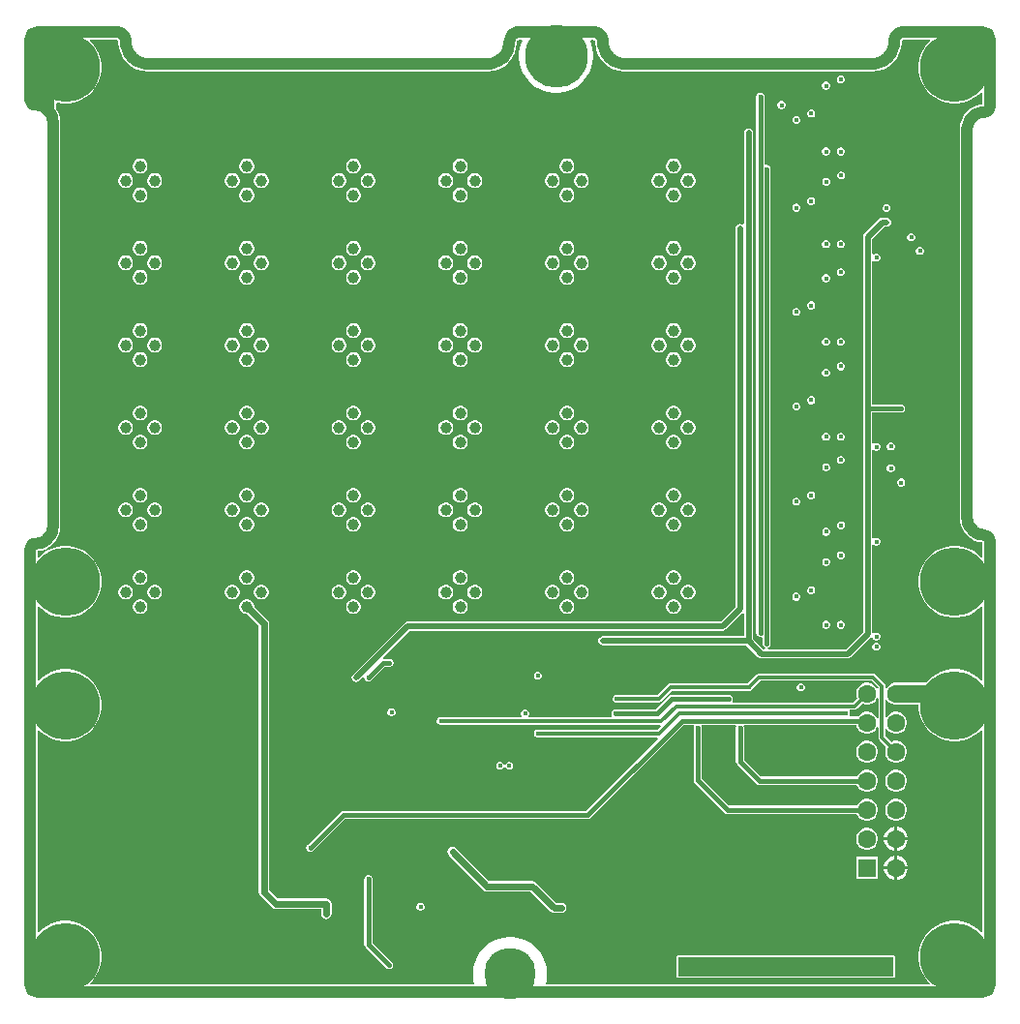
<source format=gbr>
G04*
G04 #@! TF.GenerationSoftware,Altium Limited,Altium Designer,24.1.2 (44)*
G04*
G04 Layer_Physical_Order=3*
G04 Layer_Color=16440176*
%FSLAX44Y44*%
%MOMM*%
G71*
G04*
G04 #@! TF.SameCoordinates,7063218E-08D0-4567-B5BB-7BB6D4F1FEFB*
G04*
G04*
G04 #@! TF.FilePolarity,Positive*
G04*
G01*
G75*
%ADD11C,0.4000*%
%ADD14C,1.0000*%
%ADD28C,0.3000*%
%ADD29C,0.6000*%
%ADD34C,0.6000*%
%ADD35C,4.5000*%
%ADD36C,0.9000*%
%ADD37C,5.5000*%
%ADD38C,1.2000*%
%ADD39C,6.0000*%
%ADD40C,1.0000*%
%ADD41C,1.6000*%
%ADD42R,1.6000X1.6000*%
%ADD43C,0.4000*%
%ADD45R,3.5136X1.6025*%
%ADD50C,0.5000*%
%ADD51C,0.3500*%
%ADD52R,18.8456X1.6510*%
%ADD53R,1.9050X6.8234*%
%ADD54R,2.5851X2.1590*%
%ADD55R,2.4130X2.1590*%
%ADD56R,2.7335X2.7293*%
%ADD57R,1.5240X0.7620*%
G36*
X792586Y837134D02*
X789973Y834521D01*
X787059Y830510D01*
X784808Y826092D01*
X783276Y821376D01*
X782500Y816479D01*
Y811521D01*
X783276Y806624D01*
X784808Y801908D01*
X787059Y797490D01*
X789973Y793479D01*
X793479Y789973D01*
X797490Y787059D01*
X801908Y784808D01*
X806624Y783276D01*
X811521Y782500D01*
X816479D01*
X821376Y783276D01*
X826092Y784808D01*
X830510Y787059D01*
X834521Y789973D01*
X837134Y792586D01*
X838404Y792060D01*
Y781487D01*
X835778Y781228D01*
X831718Y779997D01*
X827976Y777997D01*
X824696Y775305D01*
X822004Y772025D01*
X820004Y768283D01*
X818773Y764223D01*
X818363Y760062D01*
X818363D01*
X818404Y758810D01*
Y420000D01*
X818356D01*
X818772Y415777D01*
X820003Y411717D01*
X822003Y407975D01*
X824695Y404695D01*
X827975Y402004D01*
X831717Y400003D01*
X835777Y398772D01*
X838404Y398513D01*
Y385940D01*
X837134Y385414D01*
X834521Y388027D01*
X830510Y390941D01*
X826092Y393192D01*
X821376Y394724D01*
X816479Y395500D01*
X811521D01*
X806624Y394724D01*
X801908Y393192D01*
X797490Y390941D01*
X793479Y388027D01*
X789973Y384521D01*
X787059Y380510D01*
X784808Y376092D01*
X783276Y371376D01*
X782500Y366479D01*
Y361521D01*
X783276Y356624D01*
X784808Y351908D01*
X787059Y347490D01*
X789973Y343479D01*
X793479Y339973D01*
X797490Y337059D01*
X801908Y334808D01*
X806624Y333276D01*
X811521Y332500D01*
X816479D01*
X821376Y333276D01*
X826092Y334808D01*
X830510Y337059D01*
X834521Y339973D01*
X837134Y342586D01*
X838404Y342060D01*
X838404Y277940D01*
X837134Y277414D01*
X834521Y280027D01*
X830510Y282941D01*
X826092Y285192D01*
X821376Y286724D01*
X816479Y287500D01*
X811521D01*
X806624Y286724D01*
X801908Y285192D01*
X797490Y282941D01*
X793479Y280027D01*
X789973Y276521D01*
X789416Y275754D01*
X762700D01*
X762569Y275700D01*
X761449D01*
X759033Y275053D01*
X756867Y273802D01*
X755098Y272033D01*
X754625Y271213D01*
X753355Y271553D01*
Y272897D01*
X753355Y272897D01*
X753122Y274068D01*
X752459Y275060D01*
X752459Y275061D01*
X744686Y282833D01*
X743694Y283496D01*
X742523Y283729D01*
X742523Y283729D01*
X642620D01*
X642620Y283729D01*
X641450Y283496D01*
X640457Y282833D01*
X640457Y282833D01*
X632813Y275188D01*
X632584Y275094D01*
X600303D01*
X599297Y275294D01*
X565200D01*
X563932Y275041D01*
X562857Y274323D01*
X553618Y265084D01*
X519306D01*
X518856Y265270D01*
X517464D01*
X516177Y264737D01*
X515193Y263753D01*
X514660Y262466D01*
Y261074D01*
X515193Y259787D01*
X516177Y258803D01*
X517464Y258270D01*
X518856D01*
X519306Y258456D01*
X554990D01*
X556258Y258709D01*
X557333Y259427D01*
X566573Y268666D01*
X598492D01*
X599497Y268466D01*
X632584D01*
X633034Y268280D01*
X634426D01*
X635713Y268813D01*
X636697Y269797D01*
X637138Y270863D01*
X643887Y277611D01*
X741256D01*
X747143Y271724D01*
X747040Y270869D01*
X745739Y270583D01*
X744902Y272033D01*
X743133Y273802D01*
X740967Y275053D01*
X738551Y275700D01*
X736049D01*
X733633Y275053D01*
X731467Y273802D01*
X729698Y272033D01*
X728447Y269867D01*
X727800Y267451D01*
Y264949D01*
X728447Y262533D01*
X728630Y262216D01*
X724997Y258584D01*
X620030D01*
X619707Y259042D01*
X619377Y259854D01*
X619422Y259962D01*
X619617Y260254D01*
X619686Y260599D01*
X619820Y260924D01*
Y261275D01*
X619889Y261620D01*
X619820Y261965D01*
Y262316D01*
X619686Y262641D01*
X619617Y262986D01*
X619422Y263278D01*
X619287Y263603D01*
X619039Y263851D01*
X618844Y264143D01*
X618551Y264339D01*
X618303Y264587D01*
X617978Y264722D01*
X617686Y264917D01*
X617341Y264986D01*
X617016Y265120D01*
X616665D01*
X616320Y265189D01*
X566720D01*
X565354Y264917D01*
X564197Y264143D01*
X552392Y252339D01*
X517040D01*
X516695Y252270D01*
X516344D01*
X516019Y252136D01*
X515674Y252067D01*
X515382Y251872D01*
X515057Y251737D01*
X514809Y251489D01*
X514517Y251293D01*
X514321Y251001D01*
X514073Y250753D01*
X513938Y250428D01*
X513743Y250136D01*
X513675Y249791D01*
X513540Y249466D01*
Y249115D01*
X513471Y248770D01*
X513540Y248425D01*
Y248074D01*
X513675Y247749D01*
X513743Y247404D01*
X513938Y247112D01*
X514073Y246787D01*
X513728Y245879D01*
X513445Y245564D01*
X441690D01*
X441117Y246787D01*
X441650Y248074D01*
Y249466D01*
X441117Y250753D01*
X440133Y251737D01*
X438846Y252270D01*
X437454D01*
X436167Y251737D01*
X435183Y250753D01*
X434650Y249466D01*
Y248074D01*
X435183Y246787D01*
X434610Y245564D01*
X365636D01*
X365186Y245751D01*
X363794D01*
X362508Y245218D01*
X361523Y244233D01*
X360990Y242947D01*
Y241554D01*
X361523Y240268D01*
X362508Y239283D01*
X363794Y238750D01*
X365186D01*
X365636Y238937D01*
X556305D01*
X556831Y237667D01*
X553672Y234509D01*
X450416D01*
X449966Y234695D01*
X448574D01*
X447287Y234162D01*
X446303Y233178D01*
X445770Y231891D01*
Y230499D01*
X446303Y229212D01*
X447287Y228228D01*
X448574Y227695D01*
X449966D01*
X450416Y227881D01*
X553779D01*
X554305Y226611D01*
X491546Y163853D01*
X279092D01*
X277726Y163581D01*
X276569Y162808D01*
X247667Y133906D01*
X247472Y133614D01*
X247223Y133365D01*
X247089Y133040D01*
X246893Y132748D01*
X246825Y132403D01*
X246690Y132079D01*
Y131727D01*
X246622Y131383D01*
X246690Y131038D01*
Y130686D01*
X246825Y130362D01*
X246893Y130017D01*
X247089Y129725D01*
X247223Y129400D01*
X247472Y129151D01*
X247667Y128859D01*
X247959Y128664D01*
X248208Y128415D01*
X248532Y128281D01*
X248825Y128086D01*
X249169Y128017D01*
X249494Y127882D01*
X249845D01*
X250190Y127814D01*
X250535Y127882D01*
X250886D01*
X251211Y128017D01*
X251556Y128086D01*
X251848Y128281D01*
X252173Y128415D01*
X252421Y128664D01*
X252714Y128859D01*
X280570Y156716D01*
X493024D01*
X494390Y156987D01*
X495547Y157761D01*
X576788Y239001D01*
X585374D01*
X585548Y238853D01*
X585949Y238232D01*
X586081Y237731D01*
X585983Y237586D01*
X585914Y237241D01*
X585780Y236916D01*
Y236565D01*
X585711Y236220D01*
Y190500D01*
X585983Y189134D01*
X586757Y187977D01*
X612657Y162077D01*
X613814Y161303D01*
X615180Y161031D01*
X728421D01*
X728447Y160933D01*
X729698Y158767D01*
X731467Y156998D01*
X733633Y155747D01*
X736049Y155100D01*
X738551D01*
X740967Y155747D01*
X743133Y156998D01*
X744902Y158767D01*
X746153Y160933D01*
X746800Y163349D01*
Y165851D01*
X746153Y168267D01*
X744902Y170433D01*
X743133Y172202D01*
X740967Y173453D01*
X738551Y174100D01*
X736049D01*
X733633Y173453D01*
X731467Y172202D01*
X729698Y170433D01*
X728447Y168267D01*
X728421Y168169D01*
X616658D01*
X592849Y191978D01*
Y236220D01*
X592780Y236565D01*
Y236916D01*
X592645Y237241D01*
X592577Y237586D01*
X592480Y237731D01*
X592611Y238232D01*
X593012Y238853D01*
X593186Y239001D01*
X622204D01*
X622378Y238853D01*
X622779Y238232D01*
X622910Y237731D01*
X622813Y237586D01*
X622744Y237241D01*
X622610Y236916D01*
Y236565D01*
X622541Y236220D01*
Y207010D01*
X622813Y205644D01*
X623587Y204487D01*
X640597Y187477D01*
X641754Y186703D01*
X643120Y186431D01*
X728421D01*
X728447Y186333D01*
X729698Y184167D01*
X731467Y182398D01*
X733633Y181147D01*
X736049Y180500D01*
X738551D01*
X740967Y181147D01*
X743133Y182398D01*
X744902Y184167D01*
X746153Y186333D01*
X746800Y188749D01*
Y191251D01*
X746153Y193667D01*
X744902Y195833D01*
X743133Y197602D01*
X740967Y198853D01*
X738551Y199500D01*
X736049D01*
X733633Y198853D01*
X731467Y197602D01*
X729698Y195833D01*
X728447Y193667D01*
X728421Y193569D01*
X644598D01*
X629679Y208488D01*
Y236220D01*
X629610Y236565D01*
Y236916D01*
X629476Y237241D01*
X629407Y237586D01*
X629310Y237731D01*
X629441Y238232D01*
X629842Y238853D01*
X630016Y239001D01*
X727947D01*
X728447Y237133D01*
X729698Y234967D01*
X731467Y233198D01*
X733633Y231947D01*
X736049Y231300D01*
X738551D01*
X740967Y231947D01*
X743133Y233198D01*
X744902Y234967D01*
X745967Y236812D01*
X747237Y236472D01*
Y227804D01*
X747237Y227804D01*
X747470Y226634D01*
X748133Y225641D01*
X754162Y219612D01*
X753847Y219067D01*
X753200Y216651D01*
Y214149D01*
X753847Y211733D01*
X755098Y209567D01*
X756867Y207798D01*
X759033Y206547D01*
X761449Y205900D01*
X763951D01*
X766367Y206547D01*
X768533Y207798D01*
X770302Y209567D01*
X771553Y211733D01*
X772200Y214149D01*
Y216651D01*
X771553Y219067D01*
X770302Y221233D01*
X768533Y223002D01*
X766367Y224253D01*
X763951Y224900D01*
X761449D01*
X759033Y224253D01*
X758488Y223938D01*
X753355Y229071D01*
Y235447D01*
X754625Y235787D01*
X755098Y234967D01*
X756867Y233198D01*
X759033Y231947D01*
X761449Y231300D01*
X763951D01*
X766367Y231947D01*
X768533Y233198D01*
X770302Y234967D01*
X771553Y237133D01*
X772200Y239549D01*
Y242051D01*
X771553Y244467D01*
X770302Y246633D01*
X768533Y248402D01*
X766367Y249653D01*
X763951Y250300D01*
X761449D01*
X759033Y249653D01*
X756867Y248402D01*
X755098Y246633D01*
X754625Y245813D01*
X753355Y246153D01*
Y260847D01*
X754625Y261187D01*
X755098Y260367D01*
X756867Y258598D01*
X759033Y257347D01*
X761449Y256700D01*
X762173D01*
X762700Y256482D01*
X782500D01*
Y253521D01*
X783276Y248624D01*
X784808Y243908D01*
X787059Y239490D01*
X789973Y235479D01*
X793479Y231973D01*
X797490Y229059D01*
X801908Y226808D01*
X806624Y225276D01*
X811521Y224500D01*
X816479D01*
X821376Y225276D01*
X826092Y226808D01*
X830510Y229059D01*
X834521Y231973D01*
X837134Y234586D01*
X838404Y234060D01*
X838404Y57940D01*
X837134Y57414D01*
X834521Y60027D01*
X830510Y62941D01*
X826092Y65192D01*
X821376Y66724D01*
X816479Y67500D01*
X811521D01*
X806624Y66724D01*
X801908Y65192D01*
X797490Y62941D01*
X793479Y60027D01*
X789973Y56521D01*
X787059Y52510D01*
X784808Y48092D01*
X783276Y43376D01*
X782500Y38479D01*
Y33521D01*
X783276Y28624D01*
X784808Y23908D01*
X787059Y19490D01*
X789973Y15479D01*
X792586Y12866D01*
X792060Y11596D01*
X456997Y11596D01*
X456224Y12604D01*
X456780Y14678D01*
X457333Y18881D01*
Y23119D01*
X456780Y27322D01*
X455683Y31416D01*
X454061Y35331D01*
X451942Y39002D01*
X449362Y42365D01*
X446365Y45362D01*
X443002Y47942D01*
X439331Y50061D01*
X435416Y51683D01*
X431321Y52780D01*
X427119Y53334D01*
X422881D01*
X418679Y52780D01*
X414584Y51683D01*
X410668Y50061D01*
X406998Y47942D01*
X403635Y45362D01*
X400638Y42365D01*
X398058Y39002D01*
X395939Y35331D01*
X394317Y31416D01*
X393220Y27322D01*
X392666Y23119D01*
Y18881D01*
X393220Y14678D01*
X393776Y12604D01*
X393003Y11596D01*
X57940Y11596D01*
X57414Y12866D01*
X60027Y15479D01*
X62941Y19490D01*
X65192Y23908D01*
X66724Y28624D01*
X67500Y33521D01*
Y38479D01*
X66724Y43376D01*
X65192Y48092D01*
X62941Y52510D01*
X60027Y56521D01*
X56521Y60027D01*
X52510Y62941D01*
X48092Y65192D01*
X43376Y66724D01*
X38479Y67500D01*
X33521D01*
X28624Y66724D01*
X23908Y65192D01*
X19490Y62941D01*
X15479Y60027D01*
X12866Y57414D01*
X11596Y57940D01*
X11596Y234060D01*
X12866Y234586D01*
X15479Y231973D01*
X19490Y229059D01*
X23908Y226808D01*
X28624Y225276D01*
X33521Y224500D01*
X38479D01*
X43376Y225276D01*
X48092Y226808D01*
X52510Y229059D01*
X56521Y231973D01*
X60027Y235479D01*
X62941Y239490D01*
X65192Y243908D01*
X66724Y248624D01*
X67500Y253521D01*
Y258479D01*
X66724Y263376D01*
X65192Y268092D01*
X62941Y272510D01*
X60027Y276521D01*
X56521Y280027D01*
X52510Y282941D01*
X48092Y285192D01*
X43376Y286724D01*
X38479Y287500D01*
X33521D01*
X28624Y286724D01*
X23908Y285192D01*
X19490Y282941D01*
X15479Y280027D01*
X12866Y277414D01*
X11596Y277940D01*
Y342060D01*
X12866Y342586D01*
X15479Y339973D01*
X19490Y337059D01*
X23908Y334808D01*
X28624Y333276D01*
X33521Y332500D01*
X38479D01*
X43376Y333276D01*
X48092Y334808D01*
X52510Y337059D01*
X56521Y339973D01*
X60027Y343479D01*
X62941Y347490D01*
X65192Y351908D01*
X66724Y356624D01*
X67500Y361521D01*
Y366479D01*
X66724Y371376D01*
X65192Y376092D01*
X62941Y380510D01*
X60027Y384521D01*
X56521Y388027D01*
X52510Y390941D01*
X48092Y393192D01*
X43376Y394724D01*
X38479Y395500D01*
X33521D01*
X28624Y394724D01*
X23908Y393192D01*
X19490Y390941D01*
X15479Y388027D01*
X12866Y385414D01*
X11596Y385940D01*
Y390943D01*
X14223Y391202D01*
X18283Y392433D01*
X22025Y394434D01*
X25305Y397125D01*
X27997Y400405D01*
X29997Y404147D01*
X31228Y408207D01*
X31644Y412430D01*
X31596D01*
Y766130D01*
X31644D01*
X31228Y770353D01*
X29997Y774413D01*
X28294Y777599D01*
Y782102D01*
X29564Y783127D01*
X33521Y782500D01*
X38479D01*
X43376Y783276D01*
X48092Y784808D01*
X52510Y787059D01*
X56521Y789973D01*
X60027Y793479D01*
X62941Y797490D01*
X65192Y801908D01*
X66724Y806624D01*
X67500Y811521D01*
Y816479D01*
X66724Y821376D01*
X65192Y826092D01*
X62941Y830510D01*
X60027Y834521D01*
X57414Y837134D01*
X57940Y838404D01*
X78733Y838404D01*
X80003Y838378D01*
X80003Y838378D01*
X80910Y838198D01*
X81682Y837682D01*
X82039Y837147D01*
X82336Y836000D01*
X82337Y836000D01*
X82830Y830993D01*
X84290Y826179D01*
X86662Y821742D01*
X89853Y817853D01*
X93742Y814661D01*
X98179Y812290D01*
X102993Y810830D01*
X108000Y810337D01*
Y810404D01*
X405300D01*
Y810337D01*
X410307Y810830D01*
X415121Y812290D01*
X419558Y814661D01*
X423447Y817853D01*
X426638Y821742D01*
X429010Y826179D01*
X430470Y830993D01*
X430964Y836000D01*
X430964D01*
X431261Y837147D01*
X431618Y837682D01*
X432390Y838198D01*
X433300Y838379D01*
Y838404D01*
X434894D01*
X435743Y837134D01*
X434617Y834416D01*
X433520Y830322D01*
X432966Y826119D01*
Y821881D01*
X433520Y817679D01*
X434617Y813584D01*
X436239Y809669D01*
X438358Y805998D01*
X440938Y802635D01*
X443935Y799638D01*
X447298Y797058D01*
X450969Y794939D01*
X454884Y793317D01*
X458979Y792220D01*
X463181Y791666D01*
X467419D01*
X471622Y792220D01*
X475716Y793317D01*
X479632Y794939D01*
X483302Y797058D01*
X486665Y799638D01*
X489662Y802635D01*
X492242Y805998D01*
X494361Y809669D01*
X495983Y813584D01*
X497080Y817679D01*
X497634Y821881D01*
Y826119D01*
X497080Y830322D01*
X495983Y834416D01*
X494857Y837134D01*
X495706Y838404D01*
X497300D01*
Y838379D01*
X498210Y838198D01*
X498982Y837682D01*
X499339Y837147D01*
X499636Y836000D01*
X499636Y836000D01*
X500130Y830993D01*
X501590Y826179D01*
X503961Y821742D01*
X507153Y817853D01*
X511042Y814661D01*
X515479Y812290D01*
X520293Y810830D01*
X525300Y810337D01*
Y810404D01*
X742000D01*
Y810337D01*
X747007Y810830D01*
X751821Y812290D01*
X756258Y814661D01*
X760147Y817853D01*
X763338Y821742D01*
X765710Y826179D01*
X767170Y830993D01*
X767663Y836000D01*
X767664D01*
X767961Y837147D01*
X768318Y837682D01*
X769090Y838198D01*
X770000Y838379D01*
Y838404D01*
X792060D01*
X792586Y837134D01*
D02*
G37*
G36*
X747237Y261872D02*
Y245128D01*
X745967Y244788D01*
X744902Y246633D01*
X743133Y248402D01*
X740967Y249653D01*
X738551Y250300D01*
X736049D01*
X733633Y249653D01*
X731467Y248402D01*
X729698Y246633D01*
X729413Y246139D01*
X722648D01*
X721982Y247409D01*
X722320Y248224D01*
Y249616D01*
X721877Y250686D01*
X722206Y251498D01*
X722530Y251956D01*
X726370D01*
X727638Y252209D01*
X728713Y252927D01*
X733316Y257530D01*
X733633Y257347D01*
X736049Y256700D01*
X738551D01*
X740967Y257347D01*
X743133Y258598D01*
X744902Y260367D01*
X745967Y262212D01*
X747237Y261872D01*
D02*
G37*
%LPC*%
G36*
X715211Y807014D02*
X713819D01*
X712532Y806481D01*
X711548Y805497D01*
X711015Y804211D01*
Y802818D01*
X711548Y801532D01*
X712532Y800547D01*
X713819Y800014D01*
X715211D01*
X716498Y800547D01*
X717482Y801532D01*
X718015Y802818D01*
Y804211D01*
X717482Y805497D01*
X716498Y806481D01*
X715211Y807014D01*
D02*
G37*
G36*
X702211Y801489D02*
X700819D01*
X699532Y800956D01*
X698548Y799972D01*
X698015Y798685D01*
Y797293D01*
X698548Y796006D01*
X699532Y795022D01*
X700819Y794489D01*
X702211D01*
X703498Y795022D01*
X704482Y796006D01*
X705015Y797293D01*
Y798685D01*
X704482Y799972D01*
X703498Y800956D01*
X702211Y801489D01*
D02*
G37*
G36*
X663211Y784550D02*
X661819D01*
X660532Y784017D01*
X659548Y783033D01*
X659015Y781746D01*
Y780354D01*
X659548Y779067D01*
X660532Y778083D01*
X661819Y777550D01*
X663211D01*
X664498Y778083D01*
X665482Y779067D01*
X666015Y780354D01*
Y781746D01*
X665482Y783033D01*
X664498Y784017D01*
X663211Y784550D01*
D02*
G37*
G36*
X689211Y777148D02*
X687819D01*
X686532Y776616D01*
X685548Y775631D01*
X685015Y774344D01*
Y772952D01*
X685548Y771666D01*
X686532Y770681D01*
X687819Y770148D01*
X689211D01*
X690498Y770681D01*
X691482Y771666D01*
X692015Y772952D01*
Y774344D01*
X691482Y775631D01*
X690498Y776616D01*
X689211Y777148D01*
D02*
G37*
G36*
X676211Y771581D02*
X674819D01*
X673532Y771049D01*
X672548Y770064D01*
X672015Y768778D01*
Y767385D01*
X672548Y766099D01*
X673532Y765114D01*
X674819Y764582D01*
X676211D01*
X677498Y765114D01*
X678482Y766099D01*
X679015Y767385D01*
Y768778D01*
X678482Y770064D01*
X677498Y771049D01*
X676211Y771581D01*
D02*
G37*
G36*
X715211Y743910D02*
X713819D01*
X712532Y743377D01*
X711548Y742393D01*
X711015Y741106D01*
Y739714D01*
X711548Y738427D01*
X712532Y737443D01*
X713819Y736910D01*
X715211D01*
X716498Y737443D01*
X717482Y738427D01*
X718015Y739714D01*
Y741106D01*
X717482Y742393D01*
X716498Y743377D01*
X715211Y743910D01*
D02*
G37*
G36*
X702211D02*
X700819D01*
X699532Y743377D01*
X698548Y742393D01*
X698015Y741106D01*
Y739714D01*
X698548Y738427D01*
X699532Y737443D01*
X700819Y736910D01*
X702211D01*
X703498Y737443D01*
X704482Y738427D01*
X705015Y739714D01*
Y741106D01*
X704482Y742393D01*
X703498Y743377D01*
X702211Y743910D01*
D02*
G37*
G36*
X568956Y734200D02*
X567244D01*
X565591Y733757D01*
X564109Y732901D01*
X562899Y731691D01*
X562043Y730209D01*
X561600Y728556D01*
Y726844D01*
X562043Y725191D01*
X562899Y723709D01*
X564109Y722499D01*
X565591Y721643D01*
X567244Y721200D01*
X568956D01*
X570609Y721643D01*
X572091Y722499D01*
X573301Y723709D01*
X574157Y725191D01*
X574600Y726844D01*
Y728556D01*
X574157Y730209D01*
X573301Y731691D01*
X572091Y732901D01*
X570609Y733757D01*
X568956Y734200D01*
D02*
G37*
G36*
X475616D02*
X473904D01*
X472251Y733757D01*
X470769Y732901D01*
X469559Y731691D01*
X468703Y730209D01*
X468260Y728556D01*
Y726844D01*
X468703Y725191D01*
X469559Y723709D01*
X470769Y722499D01*
X472251Y721643D01*
X473904Y721200D01*
X475616D01*
X477269Y721643D01*
X478751Y722499D01*
X479961Y723709D01*
X480817Y725191D01*
X481260Y726844D01*
Y728556D01*
X480817Y730209D01*
X479961Y731691D01*
X478751Y732901D01*
X477269Y733757D01*
X475616Y734200D01*
D02*
G37*
G36*
X382276D02*
X380564D01*
X378911Y733757D01*
X377429Y732901D01*
X376219Y731691D01*
X375363Y730209D01*
X374920Y728556D01*
Y726844D01*
X375363Y725191D01*
X376219Y723709D01*
X377429Y722499D01*
X378911Y721643D01*
X380564Y721200D01*
X382276D01*
X383929Y721643D01*
X385411Y722499D01*
X386621Y723709D01*
X387477Y725191D01*
X387920Y726844D01*
Y728556D01*
X387477Y730209D01*
X386621Y731691D01*
X385411Y732901D01*
X383929Y733757D01*
X382276Y734200D01*
D02*
G37*
G36*
X288936D02*
X287224D01*
X285571Y733757D01*
X284089Y732901D01*
X282879Y731691D01*
X282023Y730209D01*
X281580Y728556D01*
Y726844D01*
X282023Y725191D01*
X282879Y723709D01*
X284089Y722499D01*
X285571Y721643D01*
X287224Y721200D01*
X288936D01*
X290589Y721643D01*
X292071Y722499D01*
X293281Y723709D01*
X294137Y725191D01*
X294580Y726844D01*
Y728556D01*
X294137Y730209D01*
X293281Y731691D01*
X292071Y732901D01*
X290589Y733757D01*
X288936Y734200D01*
D02*
G37*
G36*
X195596D02*
X193884D01*
X192231Y733757D01*
X190749Y732901D01*
X189539Y731691D01*
X188683Y730209D01*
X188240Y728556D01*
Y726844D01*
X188683Y725191D01*
X189539Y723709D01*
X190749Y722499D01*
X192231Y721643D01*
X193884Y721200D01*
X195596D01*
X197249Y721643D01*
X198731Y722499D01*
X199941Y723709D01*
X200797Y725191D01*
X201240Y726844D01*
Y728556D01*
X200797Y730209D01*
X199941Y731691D01*
X198731Y732901D01*
X197249Y733757D01*
X195596Y734200D01*
D02*
G37*
G36*
X102256D02*
X100544D01*
X98891Y733757D01*
X97409Y732901D01*
X96199Y731691D01*
X95343Y730209D01*
X94900Y728556D01*
Y726844D01*
X95343Y725191D01*
X96199Y723709D01*
X97409Y722499D01*
X98891Y721643D01*
X100544Y721200D01*
X102256D01*
X103909Y721643D01*
X105391Y722499D01*
X106601Y723709D01*
X107457Y725191D01*
X107900Y726844D01*
Y728556D01*
X107457Y730209D01*
X106601Y731691D01*
X105391Y732901D01*
X103909Y733757D01*
X102256Y734200D01*
D02*
G37*
G36*
X715298Y723085D02*
X713906D01*
X712620Y722552D01*
X711635Y721567D01*
X711102Y720281D01*
Y718889D01*
X711635Y717602D01*
X712620Y716618D01*
X713906Y716085D01*
X715298D01*
X716585Y716618D01*
X717569Y717602D01*
X718102Y718889D01*
Y720281D01*
X717569Y721567D01*
X716585Y722552D01*
X715298Y723085D01*
D02*
G37*
G36*
X702312Y717450D02*
X700920D01*
X699633Y716917D01*
X698649Y715932D01*
X698116Y714646D01*
Y713253D01*
X698649Y711967D01*
X699633Y710983D01*
X700920Y710450D01*
X702312D01*
X703599Y710983D01*
X704583Y711967D01*
X705116Y713253D01*
Y714646D01*
X704583Y715932D01*
X703599Y716917D01*
X702312Y717450D01*
D02*
G37*
G36*
X581656Y721500D02*
X579944D01*
X578291Y721057D01*
X576809Y720201D01*
X575599Y718991D01*
X574743Y717509D01*
X574300Y715856D01*
Y714144D01*
X574743Y712491D01*
X575599Y711009D01*
X576809Y709799D01*
X578291Y708943D01*
X579944Y708500D01*
X581656D01*
X583309Y708943D01*
X584791Y709799D01*
X586001Y711009D01*
X586857Y712491D01*
X587300Y714144D01*
Y715856D01*
X586857Y717509D01*
X586001Y718991D01*
X584791Y720201D01*
X583309Y721057D01*
X581656Y721500D01*
D02*
G37*
G36*
X556256D02*
X554544D01*
X552891Y721057D01*
X551409Y720201D01*
X550199Y718991D01*
X549343Y717509D01*
X548900Y715856D01*
Y714144D01*
X549343Y712491D01*
X550199Y711009D01*
X551409Y709799D01*
X552891Y708943D01*
X554544Y708500D01*
X556256D01*
X557909Y708943D01*
X559391Y709799D01*
X560601Y711009D01*
X561457Y712491D01*
X561900Y714144D01*
Y715856D01*
X561457Y717509D01*
X560601Y718991D01*
X559391Y720201D01*
X557909Y721057D01*
X556256Y721500D01*
D02*
G37*
G36*
X488316D02*
X486604D01*
X484951Y721057D01*
X483469Y720201D01*
X482259Y718991D01*
X481403Y717509D01*
X480960Y715856D01*
Y714144D01*
X481403Y712491D01*
X482259Y711009D01*
X483469Y709799D01*
X484951Y708943D01*
X486604Y708500D01*
X488316D01*
X489969Y708943D01*
X491451Y709799D01*
X492661Y711009D01*
X493517Y712491D01*
X493960Y714144D01*
Y715856D01*
X493517Y717509D01*
X492661Y718991D01*
X491451Y720201D01*
X489969Y721057D01*
X488316Y721500D01*
D02*
G37*
G36*
X462916D02*
X461204D01*
X459551Y721057D01*
X458069Y720201D01*
X456859Y718991D01*
X456003Y717509D01*
X455560Y715856D01*
Y714144D01*
X456003Y712491D01*
X456859Y711009D01*
X458069Y709799D01*
X459551Y708943D01*
X461204Y708500D01*
X462916D01*
X464569Y708943D01*
X466051Y709799D01*
X467261Y711009D01*
X468117Y712491D01*
X468560Y714144D01*
Y715856D01*
X468117Y717509D01*
X467261Y718991D01*
X466051Y720201D01*
X464569Y721057D01*
X462916Y721500D01*
D02*
G37*
G36*
X394976D02*
X393264D01*
X391611Y721057D01*
X390129Y720201D01*
X388919Y718991D01*
X388063Y717509D01*
X387620Y715856D01*
Y714144D01*
X388063Y712491D01*
X388919Y711009D01*
X390129Y709799D01*
X391611Y708943D01*
X393264Y708500D01*
X394976D01*
X396629Y708943D01*
X398111Y709799D01*
X399321Y711009D01*
X400177Y712491D01*
X400620Y714144D01*
Y715856D01*
X400177Y717509D01*
X399321Y718991D01*
X398111Y720201D01*
X396629Y721057D01*
X394976Y721500D01*
D02*
G37*
G36*
X369576D02*
X367864D01*
X366211Y721057D01*
X364729Y720201D01*
X363519Y718991D01*
X362663Y717509D01*
X362220Y715856D01*
Y714144D01*
X362663Y712491D01*
X363519Y711009D01*
X364729Y709799D01*
X366211Y708943D01*
X367864Y708500D01*
X369576D01*
X371229Y708943D01*
X372711Y709799D01*
X373921Y711009D01*
X374777Y712491D01*
X375220Y714144D01*
Y715856D01*
X374777Y717509D01*
X373921Y718991D01*
X372711Y720201D01*
X371229Y721057D01*
X369576Y721500D01*
D02*
G37*
G36*
X301636D02*
X299924D01*
X298271Y721057D01*
X296789Y720201D01*
X295579Y718991D01*
X294723Y717509D01*
X294280Y715856D01*
Y714144D01*
X294723Y712491D01*
X295579Y711009D01*
X296789Y709799D01*
X298271Y708943D01*
X299924Y708500D01*
X301636D01*
X303289Y708943D01*
X304771Y709799D01*
X305981Y711009D01*
X306837Y712491D01*
X307280Y714144D01*
Y715856D01*
X306837Y717509D01*
X305981Y718991D01*
X304771Y720201D01*
X303289Y721057D01*
X301636Y721500D01*
D02*
G37*
G36*
X276236D02*
X274524D01*
X272871Y721057D01*
X271389Y720201D01*
X270179Y718991D01*
X269323Y717509D01*
X268880Y715856D01*
Y714144D01*
X269323Y712491D01*
X270179Y711009D01*
X271389Y709799D01*
X272871Y708943D01*
X274524Y708500D01*
X276236D01*
X277889Y708943D01*
X279371Y709799D01*
X280581Y711009D01*
X281437Y712491D01*
X281880Y714144D01*
Y715856D01*
X281437Y717509D01*
X280581Y718991D01*
X279371Y720201D01*
X277889Y721057D01*
X276236Y721500D01*
D02*
G37*
G36*
X208296D02*
X206584D01*
X204931Y721057D01*
X203449Y720201D01*
X202239Y718991D01*
X201383Y717509D01*
X200940Y715856D01*
Y714144D01*
X201383Y712491D01*
X202239Y711009D01*
X203449Y709799D01*
X204931Y708943D01*
X206584Y708500D01*
X208296D01*
X209949Y708943D01*
X211431Y709799D01*
X212641Y711009D01*
X213497Y712491D01*
X213940Y714144D01*
Y715856D01*
X213497Y717509D01*
X212641Y718991D01*
X211431Y720201D01*
X209949Y721057D01*
X208296Y721500D01*
D02*
G37*
G36*
X182896D02*
X181184D01*
X179531Y721057D01*
X178049Y720201D01*
X176839Y718991D01*
X175983Y717509D01*
X175540Y715856D01*
Y714144D01*
X175983Y712491D01*
X176839Y711009D01*
X178049Y709799D01*
X179531Y708943D01*
X181184Y708500D01*
X182896D01*
X184549Y708943D01*
X186031Y709799D01*
X187241Y711009D01*
X188097Y712491D01*
X188540Y714144D01*
Y715856D01*
X188097Y717509D01*
X187241Y718991D01*
X186031Y720201D01*
X184549Y721057D01*
X182896Y721500D01*
D02*
G37*
G36*
X114956D02*
X113244D01*
X111591Y721057D01*
X110109Y720201D01*
X108899Y718991D01*
X108043Y717509D01*
X107600Y715856D01*
Y714144D01*
X108043Y712491D01*
X108899Y711009D01*
X110109Y709799D01*
X111591Y708943D01*
X113244Y708500D01*
X114956D01*
X116609Y708943D01*
X118091Y709799D01*
X119301Y711009D01*
X120157Y712491D01*
X120600Y714144D01*
Y715856D01*
X120157Y717509D01*
X119301Y718991D01*
X118091Y720201D01*
X116609Y721057D01*
X114956Y721500D01*
D02*
G37*
G36*
X89556D02*
X87844D01*
X86191Y721057D01*
X84709Y720201D01*
X83499Y718991D01*
X82643Y717509D01*
X82200Y715856D01*
Y714144D01*
X82643Y712491D01*
X83499Y711009D01*
X84709Y709799D01*
X86191Y708943D01*
X87844Y708500D01*
X89556D01*
X91209Y708943D01*
X92691Y709799D01*
X93901Y711009D01*
X94757Y712491D01*
X95200Y714144D01*
Y715856D01*
X94757Y717509D01*
X93901Y718991D01*
X92691Y720201D01*
X91209Y721057D01*
X89556Y721500D01*
D02*
G37*
G36*
X568956Y708800D02*
X567244D01*
X565591Y708357D01*
X564109Y707501D01*
X562899Y706291D01*
X562043Y704809D01*
X561600Y703156D01*
Y701444D01*
X562043Y699791D01*
X562899Y698309D01*
X564109Y697099D01*
X565591Y696243D01*
X567244Y695800D01*
X568956D01*
X570609Y696243D01*
X572091Y697099D01*
X573301Y698309D01*
X574157Y699791D01*
X574600Y701444D01*
Y703156D01*
X574157Y704809D01*
X573301Y706291D01*
X572091Y707501D01*
X570609Y708357D01*
X568956Y708800D01*
D02*
G37*
G36*
X475616D02*
X473904D01*
X472251Y708357D01*
X470769Y707501D01*
X469559Y706291D01*
X468703Y704809D01*
X468260Y703156D01*
Y701444D01*
X468703Y699791D01*
X469559Y698309D01*
X470769Y697099D01*
X472251Y696243D01*
X473904Y695800D01*
X475616D01*
X477269Y696243D01*
X478751Y697099D01*
X479961Y698309D01*
X480817Y699791D01*
X481260Y701444D01*
Y703156D01*
X480817Y704809D01*
X479961Y706291D01*
X478751Y707501D01*
X477269Y708357D01*
X475616Y708800D01*
D02*
G37*
G36*
X382276D02*
X380564D01*
X378911Y708357D01*
X377429Y707501D01*
X376219Y706291D01*
X375363Y704809D01*
X374920Y703156D01*
Y701444D01*
X375363Y699791D01*
X376219Y698309D01*
X377429Y697099D01*
X378911Y696243D01*
X380564Y695800D01*
X382276D01*
X383929Y696243D01*
X385411Y697099D01*
X386621Y698309D01*
X387477Y699791D01*
X387920Y701444D01*
Y703156D01*
X387477Y704809D01*
X386621Y706291D01*
X385411Y707501D01*
X383929Y708357D01*
X382276Y708800D01*
D02*
G37*
G36*
X288936D02*
X287224D01*
X285571Y708357D01*
X284089Y707501D01*
X282879Y706291D01*
X282023Y704809D01*
X281580Y703156D01*
Y701444D01*
X282023Y699791D01*
X282879Y698309D01*
X284089Y697099D01*
X285571Y696243D01*
X287224Y695800D01*
X288936D01*
X290589Y696243D01*
X292071Y697099D01*
X293281Y698309D01*
X294137Y699791D01*
X294580Y701444D01*
Y703156D01*
X294137Y704809D01*
X293281Y706291D01*
X292071Y707501D01*
X290589Y708357D01*
X288936Y708800D01*
D02*
G37*
G36*
X195596D02*
X193884D01*
X192231Y708357D01*
X190749Y707501D01*
X189539Y706291D01*
X188683Y704809D01*
X188240Y703156D01*
Y701444D01*
X188683Y699791D01*
X189539Y698309D01*
X190749Y697099D01*
X192231Y696243D01*
X193884Y695800D01*
X195596D01*
X197249Y696243D01*
X198731Y697099D01*
X199941Y698309D01*
X200797Y699791D01*
X201240Y701444D01*
Y703156D01*
X200797Y704809D01*
X199941Y706291D01*
X198731Y707501D01*
X197249Y708357D01*
X195596Y708800D01*
D02*
G37*
G36*
X102256D02*
X100544D01*
X98891Y708357D01*
X97409Y707501D01*
X96199Y706291D01*
X95343Y704809D01*
X94900Y703156D01*
Y701444D01*
X95343Y699791D01*
X96199Y698309D01*
X97409Y697099D01*
X98891Y696243D01*
X100544Y695800D01*
X102256D01*
X103909Y696243D01*
X105391Y697099D01*
X106601Y698309D01*
X107457Y699791D01*
X107900Y701444D01*
Y703156D01*
X107457Y704809D01*
X106601Y706291D01*
X105391Y707501D01*
X103909Y708357D01*
X102256Y708800D01*
D02*
G37*
G36*
X689191Y700483D02*
X687798D01*
X686512Y699950D01*
X685527Y698966D01*
X684994Y697679D01*
Y696287D01*
X685527Y695001D01*
X686512Y694016D01*
X687798Y693483D01*
X689191D01*
X690477Y694016D01*
X691461Y695001D01*
X691994Y696287D01*
Y697679D01*
X691461Y698966D01*
X690477Y699950D01*
X689191Y700483D01*
D02*
G37*
G36*
X676256Y694758D02*
X674863D01*
X673577Y694225D01*
X672592Y693241D01*
X672059Y691954D01*
Y690562D01*
X672592Y689275D01*
X673577Y688291D01*
X674863Y687758D01*
X676256D01*
X677542Y688291D01*
X678527Y689275D01*
X679059Y690562D01*
Y691954D01*
X678527Y693241D01*
X677542Y694225D01*
X676256Y694758D01*
D02*
G37*
G36*
X755076Y694480D02*
X753684D01*
X752397Y693947D01*
X751413Y692963D01*
X750880Y691676D01*
Y690284D01*
X751413Y688998D01*
X752397Y688013D01*
X753684Y687480D01*
X755076D01*
X756363Y688013D01*
X757347Y688998D01*
X757880Y690284D01*
Y691676D01*
X757347Y692963D01*
X756363Y693947D01*
X755076Y694480D01*
D02*
G37*
G36*
X776666Y668980D02*
X775274D01*
X773987Y668447D01*
X773003Y667463D01*
X772470Y666176D01*
Y664784D01*
X773003Y663497D01*
X773987Y662513D01*
X775274Y661980D01*
X776666D01*
X777953Y662513D01*
X778937Y663497D01*
X779470Y664784D01*
Y666176D01*
X778937Y667463D01*
X777953Y668447D01*
X776666Y668980D01*
D02*
G37*
G36*
X715211Y662869D02*
X713819D01*
X712532Y662337D01*
X711548Y661352D01*
X711015Y660066D01*
Y658673D01*
X711548Y657387D01*
X712532Y656402D01*
X713819Y655870D01*
X715211D01*
X716498Y656402D01*
X717482Y657387D01*
X718015Y658673D01*
Y660066D01*
X717482Y661352D01*
X716498Y662337D01*
X715211Y662869D01*
D02*
G37*
G36*
X702211D02*
X700819D01*
X699532Y662337D01*
X698548Y661352D01*
X698015Y660066D01*
Y658673D01*
X698548Y657387D01*
X699532Y656402D01*
X700819Y655870D01*
X702211D01*
X703498Y656402D01*
X704482Y657387D01*
X705015Y658673D01*
Y660066D01*
X704482Y661352D01*
X703498Y662337D01*
X702211Y662869D01*
D02*
G37*
G36*
X784286Y656980D02*
X782894D01*
X781607Y656447D01*
X780623Y655463D01*
X780090Y654176D01*
Y652784D01*
X780623Y651498D01*
X781607Y650513D01*
X782894Y649980D01*
X784286D01*
X785573Y650513D01*
X786557Y651498D01*
X787090Y652784D01*
Y654176D01*
X786557Y655463D01*
X785573Y656447D01*
X784286Y656980D01*
D02*
G37*
G36*
X568956Y662200D02*
X567244D01*
X565591Y661757D01*
X564109Y660901D01*
X562899Y659691D01*
X562043Y658209D01*
X561600Y656556D01*
Y654844D01*
X562043Y653191D01*
X562899Y651709D01*
X564109Y650499D01*
X565591Y649643D01*
X567244Y649200D01*
X568956D01*
X570609Y649643D01*
X572091Y650499D01*
X573301Y651709D01*
X574157Y653191D01*
X574600Y654844D01*
Y656556D01*
X574157Y658209D01*
X573301Y659691D01*
X572091Y660901D01*
X570609Y661757D01*
X568956Y662200D01*
D02*
G37*
G36*
X475616D02*
X473904D01*
X472251Y661757D01*
X470769Y660901D01*
X469559Y659691D01*
X468703Y658209D01*
X468260Y656556D01*
Y654844D01*
X468703Y653191D01*
X469559Y651709D01*
X470769Y650499D01*
X472251Y649643D01*
X473904Y649200D01*
X475616D01*
X477269Y649643D01*
X478751Y650499D01*
X479961Y651709D01*
X480817Y653191D01*
X481260Y654844D01*
Y656556D01*
X480817Y658209D01*
X479961Y659691D01*
X478751Y660901D01*
X477269Y661757D01*
X475616Y662200D01*
D02*
G37*
G36*
X382276D02*
X380564D01*
X378911Y661757D01*
X377429Y660901D01*
X376219Y659691D01*
X375363Y658209D01*
X374920Y656556D01*
Y654844D01*
X375363Y653191D01*
X376219Y651709D01*
X377429Y650499D01*
X378911Y649643D01*
X380564Y649200D01*
X382276D01*
X383929Y649643D01*
X385411Y650499D01*
X386621Y651709D01*
X387477Y653191D01*
X387920Y654844D01*
Y656556D01*
X387477Y658209D01*
X386621Y659691D01*
X385411Y660901D01*
X383929Y661757D01*
X382276Y662200D01*
D02*
G37*
G36*
X288936D02*
X287224D01*
X285571Y661757D01*
X284089Y660901D01*
X282879Y659691D01*
X282023Y658209D01*
X281580Y656556D01*
Y654844D01*
X282023Y653191D01*
X282879Y651709D01*
X284089Y650499D01*
X285571Y649643D01*
X287224Y649200D01*
X288936D01*
X290589Y649643D01*
X292071Y650499D01*
X293281Y651709D01*
X294137Y653191D01*
X294580Y654844D01*
Y656556D01*
X294137Y658209D01*
X293281Y659691D01*
X292071Y660901D01*
X290589Y661757D01*
X288936Y662200D01*
D02*
G37*
G36*
X195596D02*
X193884D01*
X192231Y661757D01*
X190749Y660901D01*
X189539Y659691D01*
X188683Y658209D01*
X188240Y656556D01*
Y654844D01*
X188683Y653191D01*
X189539Y651709D01*
X190749Y650499D01*
X192231Y649643D01*
X193884Y649200D01*
X195596D01*
X197249Y649643D01*
X198731Y650499D01*
X199941Y651709D01*
X200797Y653191D01*
X201240Y654844D01*
Y656556D01*
X200797Y658209D01*
X199941Y659691D01*
X198731Y660901D01*
X197249Y661757D01*
X195596Y662200D01*
D02*
G37*
G36*
X102256D02*
X100544D01*
X98891Y661757D01*
X97409Y660901D01*
X96199Y659691D01*
X95343Y658209D01*
X94900Y656556D01*
Y654844D01*
X95343Y653191D01*
X96199Y651709D01*
X97409Y650499D01*
X98891Y649643D01*
X100544Y649200D01*
X102256D01*
X103909Y649643D01*
X105391Y650499D01*
X106601Y651709D01*
X107457Y653191D01*
X107900Y654844D01*
Y656556D01*
X107457Y658209D01*
X106601Y659691D01*
X105391Y660901D01*
X103909Y661757D01*
X102256Y662200D01*
D02*
G37*
G36*
X581656Y649500D02*
X579944D01*
X578291Y649057D01*
X576809Y648201D01*
X575599Y646991D01*
X574743Y645509D01*
X574300Y643856D01*
Y642144D01*
X574743Y640491D01*
X575599Y639009D01*
X576809Y637799D01*
X578291Y636943D01*
X579944Y636500D01*
X581656D01*
X583309Y636943D01*
X584791Y637799D01*
X586001Y639009D01*
X586857Y640491D01*
X587300Y642144D01*
Y643856D01*
X586857Y645509D01*
X586001Y646991D01*
X584791Y648201D01*
X583309Y649057D01*
X581656Y649500D01*
D02*
G37*
G36*
X556256D02*
X554544D01*
X552891Y649057D01*
X551409Y648201D01*
X550199Y646991D01*
X549343Y645509D01*
X548900Y643856D01*
Y642144D01*
X549343Y640491D01*
X550199Y639009D01*
X551409Y637799D01*
X552891Y636943D01*
X554544Y636500D01*
X556256D01*
X557909Y636943D01*
X559391Y637799D01*
X560601Y639009D01*
X561457Y640491D01*
X561900Y642144D01*
Y643856D01*
X561457Y645509D01*
X560601Y646991D01*
X559391Y648201D01*
X557909Y649057D01*
X556256Y649500D01*
D02*
G37*
G36*
X488316D02*
X486604D01*
X484951Y649057D01*
X483469Y648201D01*
X482259Y646991D01*
X481403Y645509D01*
X480960Y643856D01*
Y642144D01*
X481403Y640491D01*
X482259Y639009D01*
X483469Y637799D01*
X484951Y636943D01*
X486604Y636500D01*
X488316D01*
X489969Y636943D01*
X491451Y637799D01*
X492661Y639009D01*
X493517Y640491D01*
X493960Y642144D01*
Y643856D01*
X493517Y645509D01*
X492661Y646991D01*
X491451Y648201D01*
X489969Y649057D01*
X488316Y649500D01*
D02*
G37*
G36*
X462916D02*
X461204D01*
X459551Y649057D01*
X458069Y648201D01*
X456859Y646991D01*
X456003Y645509D01*
X455560Y643856D01*
Y642144D01*
X456003Y640491D01*
X456859Y639009D01*
X458069Y637799D01*
X459551Y636943D01*
X461204Y636500D01*
X462916D01*
X464569Y636943D01*
X466051Y637799D01*
X467261Y639009D01*
X468117Y640491D01*
X468560Y642144D01*
Y643856D01*
X468117Y645509D01*
X467261Y646991D01*
X466051Y648201D01*
X464569Y649057D01*
X462916Y649500D01*
D02*
G37*
G36*
X394976D02*
X393264D01*
X391611Y649057D01*
X390129Y648201D01*
X388919Y646991D01*
X388063Y645509D01*
X387620Y643856D01*
Y642144D01*
X388063Y640491D01*
X388919Y639009D01*
X390129Y637799D01*
X391611Y636943D01*
X393264Y636500D01*
X394976D01*
X396629Y636943D01*
X398111Y637799D01*
X399321Y639009D01*
X400177Y640491D01*
X400620Y642144D01*
Y643856D01*
X400177Y645509D01*
X399321Y646991D01*
X398111Y648201D01*
X396629Y649057D01*
X394976Y649500D01*
D02*
G37*
G36*
X369576D02*
X367864D01*
X366211Y649057D01*
X364729Y648201D01*
X363519Y646991D01*
X362663Y645509D01*
X362220Y643856D01*
Y642144D01*
X362663Y640491D01*
X363519Y639009D01*
X364729Y637799D01*
X366211Y636943D01*
X367864Y636500D01*
X369576D01*
X371229Y636943D01*
X372711Y637799D01*
X373921Y639009D01*
X374777Y640491D01*
X375220Y642144D01*
Y643856D01*
X374777Y645509D01*
X373921Y646991D01*
X372711Y648201D01*
X371229Y649057D01*
X369576Y649500D01*
D02*
G37*
G36*
X301636D02*
X299924D01*
X298271Y649057D01*
X296789Y648201D01*
X295579Y646991D01*
X294723Y645509D01*
X294280Y643856D01*
Y642144D01*
X294723Y640491D01*
X295579Y639009D01*
X296789Y637799D01*
X298271Y636943D01*
X299924Y636500D01*
X301636D01*
X303289Y636943D01*
X304771Y637799D01*
X305981Y639009D01*
X306837Y640491D01*
X307280Y642144D01*
Y643856D01*
X306837Y645509D01*
X305981Y646991D01*
X304771Y648201D01*
X303289Y649057D01*
X301636Y649500D01*
D02*
G37*
G36*
X276236D02*
X274524D01*
X272871Y649057D01*
X271389Y648201D01*
X270179Y646991D01*
X269323Y645509D01*
X268880Y643856D01*
Y642144D01*
X269323Y640491D01*
X270179Y639009D01*
X271389Y637799D01*
X272871Y636943D01*
X274524Y636500D01*
X276236D01*
X277889Y636943D01*
X279371Y637799D01*
X280581Y639009D01*
X281437Y640491D01*
X281880Y642144D01*
Y643856D01*
X281437Y645509D01*
X280581Y646991D01*
X279371Y648201D01*
X277889Y649057D01*
X276236Y649500D01*
D02*
G37*
G36*
X208296D02*
X206584D01*
X204931Y649057D01*
X203449Y648201D01*
X202239Y646991D01*
X201383Y645509D01*
X200940Y643856D01*
Y642144D01*
X201383Y640491D01*
X202239Y639009D01*
X203449Y637799D01*
X204931Y636943D01*
X206584Y636500D01*
X208296D01*
X209949Y636943D01*
X211431Y637799D01*
X212641Y639009D01*
X213497Y640491D01*
X213940Y642144D01*
Y643856D01*
X213497Y645509D01*
X212641Y646991D01*
X211431Y648201D01*
X209949Y649057D01*
X208296Y649500D01*
D02*
G37*
G36*
X182896D02*
X181184D01*
X179531Y649057D01*
X178049Y648201D01*
X176839Y646991D01*
X175983Y645509D01*
X175540Y643856D01*
Y642144D01*
X175983Y640491D01*
X176839Y639009D01*
X178049Y637799D01*
X179531Y636943D01*
X181184Y636500D01*
X182896D01*
X184549Y636943D01*
X186031Y637799D01*
X187241Y639009D01*
X188097Y640491D01*
X188540Y642144D01*
Y643856D01*
X188097Y645509D01*
X187241Y646991D01*
X186031Y648201D01*
X184549Y649057D01*
X182896Y649500D01*
D02*
G37*
G36*
X114956D02*
X113244D01*
X111591Y649057D01*
X110109Y648201D01*
X108899Y646991D01*
X108043Y645509D01*
X107600Y643856D01*
Y642144D01*
X108043Y640491D01*
X108899Y639009D01*
X110109Y637799D01*
X111591Y636943D01*
X113244Y636500D01*
X114956D01*
X116609Y636943D01*
X118091Y637799D01*
X119301Y639009D01*
X120157Y640491D01*
X120600Y642144D01*
Y643856D01*
X120157Y645509D01*
X119301Y646991D01*
X118091Y648201D01*
X116609Y649057D01*
X114956Y649500D01*
D02*
G37*
G36*
X89556D02*
X87844D01*
X86191Y649057D01*
X84709Y648201D01*
X83499Y646991D01*
X82643Y645509D01*
X82200Y643856D01*
Y642144D01*
X82643Y640491D01*
X83499Y639009D01*
X84709Y637799D01*
X86191Y636943D01*
X87844Y636500D01*
X89556D01*
X91209Y636943D01*
X92691Y637799D01*
X93901Y639009D01*
X94757Y640491D01*
X95200Y642144D01*
Y643856D01*
X94757Y645509D01*
X93901Y646991D01*
X92691Y648201D01*
X91209Y649057D01*
X89556Y649500D01*
D02*
G37*
G36*
X715211Y638500D02*
X713819D01*
X712532Y637967D01*
X711548Y636983D01*
X711015Y635696D01*
Y634304D01*
X711548Y633017D01*
X712532Y632033D01*
X713819Y631500D01*
X715211D01*
X716498Y632033D01*
X717482Y633017D01*
X718015Y634304D01*
Y635696D01*
X717482Y636983D01*
X716498Y637967D01*
X715211Y638500D01*
D02*
G37*
G36*
X702211Y632981D02*
X700819D01*
X699532Y632448D01*
X698548Y631464D01*
X698015Y630177D01*
Y628785D01*
X698548Y627498D01*
X699532Y626514D01*
X700819Y625981D01*
X702211D01*
X703498Y626514D01*
X704482Y627498D01*
X705015Y628785D01*
Y630177D01*
X704482Y631464D01*
X703498Y632448D01*
X702211Y632981D01*
D02*
G37*
G36*
X568956Y636800D02*
X567244D01*
X565591Y636357D01*
X564109Y635501D01*
X562899Y634291D01*
X562043Y632809D01*
X561600Y631156D01*
Y629444D01*
X562043Y627791D01*
X562899Y626309D01*
X564109Y625099D01*
X565591Y624243D01*
X567244Y623800D01*
X568956D01*
X570609Y624243D01*
X572091Y625099D01*
X573301Y626309D01*
X574157Y627791D01*
X574600Y629444D01*
Y631156D01*
X574157Y632809D01*
X573301Y634291D01*
X572091Y635501D01*
X570609Y636357D01*
X568956Y636800D01*
D02*
G37*
G36*
X475616D02*
X473904D01*
X472251Y636357D01*
X470769Y635501D01*
X469559Y634291D01*
X468703Y632809D01*
X468260Y631156D01*
Y629444D01*
X468703Y627791D01*
X469559Y626309D01*
X470769Y625099D01*
X472251Y624243D01*
X473904Y623800D01*
X475616D01*
X477269Y624243D01*
X478751Y625099D01*
X479961Y626309D01*
X480817Y627791D01*
X481260Y629444D01*
Y631156D01*
X480817Y632809D01*
X479961Y634291D01*
X478751Y635501D01*
X477269Y636357D01*
X475616Y636800D01*
D02*
G37*
G36*
X382276D02*
X380564D01*
X378911Y636357D01*
X377429Y635501D01*
X376219Y634291D01*
X375363Y632809D01*
X374920Y631156D01*
Y629444D01*
X375363Y627791D01*
X376219Y626309D01*
X377429Y625099D01*
X378911Y624243D01*
X380564Y623800D01*
X382276D01*
X383929Y624243D01*
X385411Y625099D01*
X386621Y626309D01*
X387477Y627791D01*
X387920Y629444D01*
Y631156D01*
X387477Y632809D01*
X386621Y634291D01*
X385411Y635501D01*
X383929Y636357D01*
X382276Y636800D01*
D02*
G37*
G36*
X288936D02*
X287224D01*
X285571Y636357D01*
X284089Y635501D01*
X282879Y634291D01*
X282023Y632809D01*
X281580Y631156D01*
Y629444D01*
X282023Y627791D01*
X282879Y626309D01*
X284089Y625099D01*
X285571Y624243D01*
X287224Y623800D01*
X288936D01*
X290589Y624243D01*
X292071Y625099D01*
X293281Y626309D01*
X294137Y627791D01*
X294580Y629444D01*
Y631156D01*
X294137Y632809D01*
X293281Y634291D01*
X292071Y635501D01*
X290589Y636357D01*
X288936Y636800D01*
D02*
G37*
G36*
X195596D02*
X193884D01*
X192231Y636357D01*
X190749Y635501D01*
X189539Y634291D01*
X188683Y632809D01*
X188240Y631156D01*
Y629444D01*
X188683Y627791D01*
X189539Y626309D01*
X190749Y625099D01*
X192231Y624243D01*
X193884Y623800D01*
X195596D01*
X197249Y624243D01*
X198731Y625099D01*
X199941Y626309D01*
X200797Y627791D01*
X201240Y629444D01*
Y631156D01*
X200797Y632809D01*
X199941Y634291D01*
X198731Y635501D01*
X197249Y636357D01*
X195596Y636800D01*
D02*
G37*
G36*
X102256D02*
X100544D01*
X98891Y636357D01*
X97409Y635501D01*
X96199Y634291D01*
X95343Y632809D01*
X94900Y631156D01*
Y629444D01*
X95343Y627791D01*
X96199Y626309D01*
X97409Y625099D01*
X98891Y624243D01*
X100544Y623800D01*
X102256D01*
X103909Y624243D01*
X105391Y625099D01*
X106601Y626309D01*
X107457Y627791D01*
X107900Y629444D01*
Y631156D01*
X107457Y632809D01*
X106601Y634291D01*
X105391Y635501D01*
X103909Y636357D01*
X102256Y636800D01*
D02*
G37*
G36*
X689211Y609230D02*
X687819D01*
X686532Y608697D01*
X685548Y607713D01*
X685015Y606426D01*
Y605034D01*
X685548Y603747D01*
X686532Y602763D01*
X687819Y602230D01*
X689211D01*
X690498Y602763D01*
X691482Y603747D01*
X692015Y605034D01*
Y606426D01*
X691482Y607713D01*
X690498Y608697D01*
X689211Y609230D01*
D02*
G37*
G36*
X676211Y603523D02*
X674819D01*
X673532Y602990D01*
X672548Y602006D01*
X672015Y600720D01*
Y599327D01*
X672548Y598041D01*
X673532Y597056D01*
X674819Y596523D01*
X676211D01*
X677498Y597056D01*
X678482Y598041D01*
X679015Y599327D01*
Y600720D01*
X678482Y602006D01*
X677498Y602990D01*
X676211Y603523D01*
D02*
G37*
G36*
X568956Y590200D02*
X567244D01*
X565591Y589757D01*
X564109Y588901D01*
X562899Y587691D01*
X562043Y586209D01*
X561600Y584556D01*
Y582844D01*
X562043Y581191D01*
X562899Y579709D01*
X564109Y578499D01*
X565591Y577643D01*
X567244Y577200D01*
X568956D01*
X570609Y577643D01*
X572091Y578499D01*
X573301Y579709D01*
X574157Y581191D01*
X574600Y582844D01*
Y584556D01*
X574157Y586209D01*
X573301Y587691D01*
X572091Y588901D01*
X570609Y589757D01*
X568956Y590200D01*
D02*
G37*
G36*
X475616D02*
X473904D01*
X472251Y589757D01*
X470769Y588901D01*
X469559Y587691D01*
X468703Y586209D01*
X468260Y584556D01*
Y582844D01*
X468703Y581191D01*
X469559Y579709D01*
X470769Y578499D01*
X472251Y577643D01*
X473904Y577200D01*
X475616D01*
X477269Y577643D01*
X478751Y578499D01*
X479961Y579709D01*
X480817Y581191D01*
X481260Y582844D01*
Y584556D01*
X480817Y586209D01*
X479961Y587691D01*
X478751Y588901D01*
X477269Y589757D01*
X475616Y590200D01*
D02*
G37*
G36*
X382276D02*
X380564D01*
X378911Y589757D01*
X377429Y588901D01*
X376219Y587691D01*
X375363Y586209D01*
X374920Y584556D01*
Y582844D01*
X375363Y581191D01*
X376219Y579709D01*
X377429Y578499D01*
X378911Y577643D01*
X380564Y577200D01*
X382276D01*
X383929Y577643D01*
X385411Y578499D01*
X386621Y579709D01*
X387477Y581191D01*
X387920Y582844D01*
Y584556D01*
X387477Y586209D01*
X386621Y587691D01*
X385411Y588901D01*
X383929Y589757D01*
X382276Y590200D01*
D02*
G37*
G36*
X288936D02*
X287224D01*
X285571Y589757D01*
X284089Y588901D01*
X282879Y587691D01*
X282023Y586209D01*
X281580Y584556D01*
Y582844D01*
X282023Y581191D01*
X282879Y579709D01*
X284089Y578499D01*
X285571Y577643D01*
X287224Y577200D01*
X288936D01*
X290589Y577643D01*
X292071Y578499D01*
X293281Y579709D01*
X294137Y581191D01*
X294580Y582844D01*
Y584556D01*
X294137Y586209D01*
X293281Y587691D01*
X292071Y588901D01*
X290589Y589757D01*
X288936Y590200D01*
D02*
G37*
G36*
X195596D02*
X193884D01*
X192231Y589757D01*
X190749Y588901D01*
X189539Y587691D01*
X188683Y586209D01*
X188240Y584556D01*
Y582844D01*
X188683Y581191D01*
X189539Y579709D01*
X190749Y578499D01*
X192231Y577643D01*
X193884Y577200D01*
X195596D01*
X197249Y577643D01*
X198731Y578499D01*
X199941Y579709D01*
X200797Y581191D01*
X201240Y582844D01*
Y584556D01*
X200797Y586209D01*
X199941Y587691D01*
X198731Y588901D01*
X197249Y589757D01*
X195596Y590200D01*
D02*
G37*
G36*
X102256D02*
X100544D01*
X98891Y589757D01*
X97409Y588901D01*
X96199Y587691D01*
X95343Y586209D01*
X94900Y584556D01*
Y582844D01*
X95343Y581191D01*
X96199Y579709D01*
X97409Y578499D01*
X98891Y577643D01*
X100544Y577200D01*
X102256D01*
X103909Y577643D01*
X105391Y578499D01*
X106601Y579709D01*
X107457Y581191D01*
X107900Y582844D01*
Y584556D01*
X107457Y586209D01*
X106601Y587691D01*
X105391Y588901D01*
X103909Y589757D01*
X102256Y590200D01*
D02*
G37*
G36*
X715211Y577540D02*
X713819D01*
X712532Y577007D01*
X711548Y576023D01*
X711015Y574736D01*
Y573344D01*
X711548Y572057D01*
X712532Y571073D01*
X713819Y570540D01*
X715211D01*
X716498Y571073D01*
X717482Y572057D01*
X718015Y573344D01*
Y574736D01*
X717482Y576023D01*
X716498Y577007D01*
X715211Y577540D01*
D02*
G37*
G36*
X702211D02*
X700819D01*
X699532Y577007D01*
X698548Y576023D01*
X698015Y574736D01*
Y573344D01*
X698548Y572057D01*
X699532Y571073D01*
X700819Y570540D01*
X702211D01*
X703498Y571073D01*
X704482Y572057D01*
X705015Y573344D01*
Y574736D01*
X704482Y576023D01*
X703498Y577007D01*
X702211Y577540D01*
D02*
G37*
G36*
X581656Y577500D02*
X579944D01*
X578291Y577057D01*
X576809Y576201D01*
X575599Y574991D01*
X574743Y573509D01*
X574300Y571856D01*
Y570144D01*
X574743Y568491D01*
X575599Y567009D01*
X576809Y565799D01*
X578291Y564943D01*
X579944Y564500D01*
X581656D01*
X583309Y564943D01*
X584791Y565799D01*
X586001Y567009D01*
X586857Y568491D01*
X587300Y570144D01*
Y571856D01*
X586857Y573509D01*
X586001Y574991D01*
X584791Y576201D01*
X583309Y577057D01*
X581656Y577500D01*
D02*
G37*
G36*
X556256D02*
X554544D01*
X552891Y577057D01*
X551409Y576201D01*
X550199Y574991D01*
X549343Y573509D01*
X548900Y571856D01*
Y570144D01*
X549343Y568491D01*
X550199Y567009D01*
X551409Y565799D01*
X552891Y564943D01*
X554544Y564500D01*
X556256D01*
X557909Y564943D01*
X559391Y565799D01*
X560601Y567009D01*
X561457Y568491D01*
X561900Y570144D01*
Y571856D01*
X561457Y573509D01*
X560601Y574991D01*
X559391Y576201D01*
X557909Y577057D01*
X556256Y577500D01*
D02*
G37*
G36*
X488316D02*
X486604D01*
X484951Y577057D01*
X483469Y576201D01*
X482259Y574991D01*
X481403Y573509D01*
X480960Y571856D01*
Y570144D01*
X481403Y568491D01*
X482259Y567009D01*
X483469Y565799D01*
X484951Y564943D01*
X486604Y564500D01*
X488316D01*
X489969Y564943D01*
X491451Y565799D01*
X492661Y567009D01*
X493517Y568491D01*
X493960Y570144D01*
Y571856D01*
X493517Y573509D01*
X492661Y574991D01*
X491451Y576201D01*
X489969Y577057D01*
X488316Y577500D01*
D02*
G37*
G36*
X462916D02*
X461204D01*
X459551Y577057D01*
X458069Y576201D01*
X456859Y574991D01*
X456003Y573509D01*
X455560Y571856D01*
Y570144D01*
X456003Y568491D01*
X456859Y567009D01*
X458069Y565799D01*
X459551Y564943D01*
X461204Y564500D01*
X462916D01*
X464569Y564943D01*
X466051Y565799D01*
X467261Y567009D01*
X468117Y568491D01*
X468560Y570144D01*
Y571856D01*
X468117Y573509D01*
X467261Y574991D01*
X466051Y576201D01*
X464569Y577057D01*
X462916Y577500D01*
D02*
G37*
G36*
X394976D02*
X393264D01*
X391611Y577057D01*
X390129Y576201D01*
X388919Y574991D01*
X388063Y573509D01*
X387620Y571856D01*
Y570144D01*
X388063Y568491D01*
X388919Y567009D01*
X390129Y565799D01*
X391611Y564943D01*
X393264Y564500D01*
X394976D01*
X396629Y564943D01*
X398111Y565799D01*
X399321Y567009D01*
X400177Y568491D01*
X400620Y570144D01*
Y571856D01*
X400177Y573509D01*
X399321Y574991D01*
X398111Y576201D01*
X396629Y577057D01*
X394976Y577500D01*
D02*
G37*
G36*
X369576D02*
X367864D01*
X366211Y577057D01*
X364729Y576201D01*
X363519Y574991D01*
X362663Y573509D01*
X362220Y571856D01*
Y570144D01*
X362663Y568491D01*
X363519Y567009D01*
X364729Y565799D01*
X366211Y564943D01*
X367864Y564500D01*
X369576D01*
X371229Y564943D01*
X372711Y565799D01*
X373921Y567009D01*
X374777Y568491D01*
X375220Y570144D01*
Y571856D01*
X374777Y573509D01*
X373921Y574991D01*
X372711Y576201D01*
X371229Y577057D01*
X369576Y577500D01*
D02*
G37*
G36*
X301636D02*
X299924D01*
X298271Y577057D01*
X296789Y576201D01*
X295579Y574991D01*
X294723Y573509D01*
X294280Y571856D01*
Y570144D01*
X294723Y568491D01*
X295579Y567009D01*
X296789Y565799D01*
X298271Y564943D01*
X299924Y564500D01*
X301636D01*
X303289Y564943D01*
X304771Y565799D01*
X305981Y567009D01*
X306837Y568491D01*
X307280Y570144D01*
Y571856D01*
X306837Y573509D01*
X305981Y574991D01*
X304771Y576201D01*
X303289Y577057D01*
X301636Y577500D01*
D02*
G37*
G36*
X276236D02*
X274524D01*
X272871Y577057D01*
X271389Y576201D01*
X270179Y574991D01*
X269323Y573509D01*
X268880Y571856D01*
Y570144D01*
X269323Y568491D01*
X270179Y567009D01*
X271389Y565799D01*
X272871Y564943D01*
X274524Y564500D01*
X276236D01*
X277889Y564943D01*
X279371Y565799D01*
X280581Y567009D01*
X281437Y568491D01*
X281880Y570144D01*
Y571856D01*
X281437Y573509D01*
X280581Y574991D01*
X279371Y576201D01*
X277889Y577057D01*
X276236Y577500D01*
D02*
G37*
G36*
X208296D02*
X206584D01*
X204931Y577057D01*
X203449Y576201D01*
X202239Y574991D01*
X201383Y573509D01*
X200940Y571856D01*
Y570144D01*
X201383Y568491D01*
X202239Y567009D01*
X203449Y565799D01*
X204931Y564943D01*
X206584Y564500D01*
X208296D01*
X209949Y564943D01*
X211431Y565799D01*
X212641Y567009D01*
X213497Y568491D01*
X213940Y570144D01*
Y571856D01*
X213497Y573509D01*
X212641Y574991D01*
X211431Y576201D01*
X209949Y577057D01*
X208296Y577500D01*
D02*
G37*
G36*
X182896D02*
X181184D01*
X179531Y577057D01*
X178049Y576201D01*
X176839Y574991D01*
X175983Y573509D01*
X175540Y571856D01*
Y570144D01*
X175983Y568491D01*
X176839Y567009D01*
X178049Y565799D01*
X179531Y564943D01*
X181184Y564500D01*
X182896D01*
X184549Y564943D01*
X186031Y565799D01*
X187241Y567009D01*
X188097Y568491D01*
X188540Y570144D01*
Y571856D01*
X188097Y573509D01*
X187241Y574991D01*
X186031Y576201D01*
X184549Y577057D01*
X182896Y577500D01*
D02*
G37*
G36*
X114956D02*
X113244D01*
X111591Y577057D01*
X110109Y576201D01*
X108899Y574991D01*
X108043Y573509D01*
X107600Y571856D01*
Y570144D01*
X108043Y568491D01*
X108899Y567009D01*
X110109Y565799D01*
X111591Y564943D01*
X113244Y564500D01*
X114956D01*
X116609Y564943D01*
X118091Y565799D01*
X119301Y567009D01*
X120157Y568491D01*
X120600Y570144D01*
Y571856D01*
X120157Y573509D01*
X119301Y574991D01*
X118091Y576201D01*
X116609Y577057D01*
X114956Y577500D01*
D02*
G37*
G36*
X89556D02*
X87844D01*
X86191Y577057D01*
X84709Y576201D01*
X83499Y574991D01*
X82643Y573509D01*
X82200Y571856D01*
Y570144D01*
X82643Y568491D01*
X83499Y567009D01*
X84709Y565799D01*
X86191Y564943D01*
X87844Y564500D01*
X89556D01*
X91209Y564943D01*
X92691Y565799D01*
X93901Y567009D01*
X94757Y568491D01*
X95200Y570144D01*
Y571856D01*
X94757Y573509D01*
X93901Y574991D01*
X92691Y576201D01*
X91209Y577057D01*
X89556Y577500D01*
D02*
G37*
G36*
X568956Y564800D02*
X567244D01*
X565591Y564357D01*
X564109Y563501D01*
X562899Y562291D01*
X562043Y560809D01*
X561600Y559156D01*
Y557444D01*
X562043Y555791D01*
X562899Y554309D01*
X564109Y553099D01*
X565591Y552243D01*
X567244Y551800D01*
X568956D01*
X570609Y552243D01*
X572091Y553099D01*
X573301Y554309D01*
X574157Y555791D01*
X574600Y557444D01*
Y559156D01*
X574157Y560809D01*
X573301Y562291D01*
X572091Y563501D01*
X570609Y564357D01*
X568956Y564800D01*
D02*
G37*
G36*
X475616D02*
X473904D01*
X472251Y564357D01*
X470769Y563501D01*
X469559Y562291D01*
X468703Y560809D01*
X468260Y559156D01*
Y557444D01*
X468703Y555791D01*
X469559Y554309D01*
X470769Y553099D01*
X472251Y552243D01*
X473904Y551800D01*
X475616D01*
X477269Y552243D01*
X478751Y553099D01*
X479961Y554309D01*
X480817Y555791D01*
X481260Y557444D01*
Y559156D01*
X480817Y560809D01*
X479961Y562291D01*
X478751Y563501D01*
X477269Y564357D01*
X475616Y564800D01*
D02*
G37*
G36*
X382276D02*
X380564D01*
X378911Y564357D01*
X377429Y563501D01*
X376219Y562291D01*
X375363Y560809D01*
X374920Y559156D01*
Y557444D01*
X375363Y555791D01*
X376219Y554309D01*
X377429Y553099D01*
X378911Y552243D01*
X380564Y551800D01*
X382276D01*
X383929Y552243D01*
X385411Y553099D01*
X386621Y554309D01*
X387477Y555791D01*
X387920Y557444D01*
Y559156D01*
X387477Y560809D01*
X386621Y562291D01*
X385411Y563501D01*
X383929Y564357D01*
X382276Y564800D01*
D02*
G37*
G36*
X288936D02*
X287224D01*
X285571Y564357D01*
X284089Y563501D01*
X282879Y562291D01*
X282023Y560809D01*
X281580Y559156D01*
Y557444D01*
X282023Y555791D01*
X282879Y554309D01*
X284089Y553099D01*
X285571Y552243D01*
X287224Y551800D01*
X288936D01*
X290589Y552243D01*
X292071Y553099D01*
X293281Y554309D01*
X294137Y555791D01*
X294580Y557444D01*
Y559156D01*
X294137Y560809D01*
X293281Y562291D01*
X292071Y563501D01*
X290589Y564357D01*
X288936Y564800D01*
D02*
G37*
G36*
X195596D02*
X193884D01*
X192231Y564357D01*
X190749Y563501D01*
X189539Y562291D01*
X188683Y560809D01*
X188240Y559156D01*
Y557444D01*
X188683Y555791D01*
X189539Y554309D01*
X190749Y553099D01*
X192231Y552243D01*
X193884Y551800D01*
X195596D01*
X197249Y552243D01*
X198731Y553099D01*
X199941Y554309D01*
X200797Y555791D01*
X201240Y557444D01*
Y559156D01*
X200797Y560809D01*
X199941Y562291D01*
X198731Y563501D01*
X197249Y564357D01*
X195596Y564800D01*
D02*
G37*
G36*
X102256D02*
X100544D01*
X98891Y564357D01*
X97409Y563501D01*
X96199Y562291D01*
X95343Y560809D01*
X94900Y559156D01*
Y557444D01*
X95343Y555791D01*
X96199Y554309D01*
X97409Y553099D01*
X98891Y552243D01*
X100544Y551800D01*
X102256D01*
X103909Y552243D01*
X105391Y553099D01*
X106601Y554309D01*
X107457Y555791D01*
X107900Y557444D01*
Y559156D01*
X107457Y560809D01*
X106601Y562291D01*
X105391Y563501D01*
X103909Y564357D01*
X102256Y564800D01*
D02*
G37*
G36*
X715231Y556001D02*
X713838D01*
X712552Y555468D01*
X711567Y554483D01*
X711034Y553197D01*
Y551804D01*
X711567Y550518D01*
X712552Y549533D01*
X713838Y549001D01*
X715231D01*
X716517Y549533D01*
X717502Y550518D01*
X718034Y551804D01*
Y553197D01*
X717502Y554483D01*
X716517Y555468D01*
X715231Y556001D01*
D02*
G37*
G36*
X702211Y550471D02*
X700819D01*
X699532Y549938D01*
X698548Y548954D01*
X698015Y547667D01*
Y546275D01*
X698548Y544988D01*
X699532Y544004D01*
X700819Y543471D01*
X702211D01*
X703498Y544004D01*
X704482Y544988D01*
X705015Y546275D01*
Y547667D01*
X704482Y548954D01*
X703498Y549938D01*
X702211Y550471D01*
D02*
G37*
G36*
X689211Y526457D02*
X687819D01*
X686532Y525924D01*
X685548Y524940D01*
X685015Y523653D01*
Y522261D01*
X685548Y520974D01*
X686532Y519990D01*
X687819Y519457D01*
X689211D01*
X690498Y519990D01*
X691482Y520974D01*
X692015Y522261D01*
Y523653D01*
X691482Y524940D01*
X690498Y525924D01*
X689211Y526457D01*
D02*
G37*
G36*
X676211Y520875D02*
X674819D01*
X673532Y520342D01*
X672548Y519357D01*
X672015Y518071D01*
Y516679D01*
X672548Y515392D01*
X673532Y514408D01*
X674819Y513875D01*
X676211D01*
X677498Y514408D01*
X678482Y515392D01*
X679015Y516679D01*
Y518071D01*
X678482Y519357D01*
X677498Y520342D01*
X676211Y520875D01*
D02*
G37*
G36*
X568956Y518200D02*
X567244D01*
X565591Y517757D01*
X564109Y516901D01*
X562899Y515691D01*
X562043Y514209D01*
X561600Y512556D01*
Y510844D01*
X562043Y509191D01*
X562899Y507709D01*
X564109Y506499D01*
X565591Y505643D01*
X567244Y505200D01*
X568956D01*
X570609Y505643D01*
X572091Y506499D01*
X573301Y507709D01*
X574157Y509191D01*
X574600Y510844D01*
Y512556D01*
X574157Y514209D01*
X573301Y515691D01*
X572091Y516901D01*
X570609Y517757D01*
X568956Y518200D01*
D02*
G37*
G36*
X475616D02*
X473904D01*
X472251Y517757D01*
X470769Y516901D01*
X469559Y515691D01*
X468703Y514209D01*
X468260Y512556D01*
Y510844D01*
X468703Y509191D01*
X469559Y507709D01*
X470769Y506499D01*
X472251Y505643D01*
X473904Y505200D01*
X475616D01*
X477269Y505643D01*
X478751Y506499D01*
X479961Y507709D01*
X480817Y509191D01*
X481260Y510844D01*
Y512556D01*
X480817Y514209D01*
X479961Y515691D01*
X478751Y516901D01*
X477269Y517757D01*
X475616Y518200D01*
D02*
G37*
G36*
X382276D02*
X380564D01*
X378911Y517757D01*
X377429Y516901D01*
X376219Y515691D01*
X375363Y514209D01*
X374920Y512556D01*
Y510844D01*
X375363Y509191D01*
X376219Y507709D01*
X377429Y506499D01*
X378911Y505643D01*
X380564Y505200D01*
X382276D01*
X383929Y505643D01*
X385411Y506499D01*
X386621Y507709D01*
X387477Y509191D01*
X387920Y510844D01*
Y512556D01*
X387477Y514209D01*
X386621Y515691D01*
X385411Y516901D01*
X383929Y517757D01*
X382276Y518200D01*
D02*
G37*
G36*
X288936D02*
X287224D01*
X285571Y517757D01*
X284089Y516901D01*
X282879Y515691D01*
X282023Y514209D01*
X281580Y512556D01*
Y510844D01*
X282023Y509191D01*
X282879Y507709D01*
X284089Y506499D01*
X285571Y505643D01*
X287224Y505200D01*
X288936D01*
X290589Y505643D01*
X292071Y506499D01*
X293281Y507709D01*
X294137Y509191D01*
X294580Y510844D01*
Y512556D01*
X294137Y514209D01*
X293281Y515691D01*
X292071Y516901D01*
X290589Y517757D01*
X288936Y518200D01*
D02*
G37*
G36*
X195596D02*
X193884D01*
X192231Y517757D01*
X190749Y516901D01*
X189539Y515691D01*
X188683Y514209D01*
X188240Y512556D01*
Y510844D01*
X188683Y509191D01*
X189539Y507709D01*
X190749Y506499D01*
X192231Y505643D01*
X193884Y505200D01*
X195596D01*
X197249Y505643D01*
X198731Y506499D01*
X199941Y507709D01*
X200797Y509191D01*
X201240Y510844D01*
Y512556D01*
X200797Y514209D01*
X199941Y515691D01*
X198731Y516901D01*
X197249Y517757D01*
X195596Y518200D01*
D02*
G37*
G36*
X102256D02*
X100544D01*
X98891Y517757D01*
X97409Y516901D01*
X96199Y515691D01*
X95343Y514209D01*
X94900Y512556D01*
Y510844D01*
X95343Y509191D01*
X96199Y507709D01*
X97409Y506499D01*
X98891Y505643D01*
X100544Y505200D01*
X102256D01*
X103909Y505643D01*
X105391Y506499D01*
X106601Y507709D01*
X107457Y509191D01*
X107900Y510844D01*
Y512556D01*
X107457Y514209D01*
X106601Y515691D01*
X105391Y516901D01*
X103909Y517757D01*
X102256Y518200D01*
D02*
G37*
G36*
X581656Y505500D02*
X579944D01*
X578291Y505057D01*
X576809Y504201D01*
X575599Y502991D01*
X574743Y501509D01*
X574300Y499856D01*
Y498144D01*
X574743Y496491D01*
X575599Y495009D01*
X576809Y493799D01*
X578291Y492943D01*
X579944Y492500D01*
X581656D01*
X583309Y492943D01*
X584791Y493799D01*
X586001Y495009D01*
X586857Y496491D01*
X587300Y498144D01*
Y499856D01*
X586857Y501509D01*
X586001Y502991D01*
X584791Y504201D01*
X583309Y505057D01*
X581656Y505500D01*
D02*
G37*
G36*
X556256D02*
X554544D01*
X552891Y505057D01*
X551409Y504201D01*
X550199Y502991D01*
X549343Y501509D01*
X548900Y499856D01*
Y498144D01*
X549343Y496491D01*
X550199Y495009D01*
X551409Y493799D01*
X552891Y492943D01*
X554544Y492500D01*
X556256D01*
X557909Y492943D01*
X559391Y493799D01*
X560601Y495009D01*
X561457Y496491D01*
X561900Y498144D01*
Y499856D01*
X561457Y501509D01*
X560601Y502991D01*
X559391Y504201D01*
X557909Y505057D01*
X556256Y505500D01*
D02*
G37*
G36*
X488316D02*
X486604D01*
X484951Y505057D01*
X483469Y504201D01*
X482259Y502991D01*
X481403Y501509D01*
X480960Y499856D01*
Y498144D01*
X481403Y496491D01*
X482259Y495009D01*
X483469Y493799D01*
X484951Y492943D01*
X486604Y492500D01*
X488316D01*
X489969Y492943D01*
X491451Y493799D01*
X492661Y495009D01*
X493517Y496491D01*
X493960Y498144D01*
Y499856D01*
X493517Y501509D01*
X492661Y502991D01*
X491451Y504201D01*
X489969Y505057D01*
X488316Y505500D01*
D02*
G37*
G36*
X462916D02*
X461204D01*
X459551Y505057D01*
X458069Y504201D01*
X456859Y502991D01*
X456003Y501509D01*
X455560Y499856D01*
Y498144D01*
X456003Y496491D01*
X456859Y495009D01*
X458069Y493799D01*
X459551Y492943D01*
X461204Y492500D01*
X462916D01*
X464569Y492943D01*
X466051Y493799D01*
X467261Y495009D01*
X468117Y496491D01*
X468560Y498144D01*
Y499856D01*
X468117Y501509D01*
X467261Y502991D01*
X466051Y504201D01*
X464569Y505057D01*
X462916Y505500D01*
D02*
G37*
G36*
X394976D02*
X393264D01*
X391611Y505057D01*
X390129Y504201D01*
X388919Y502991D01*
X388063Y501509D01*
X387620Y499856D01*
Y498144D01*
X388063Y496491D01*
X388919Y495009D01*
X390129Y493799D01*
X391611Y492943D01*
X393264Y492500D01*
X394976D01*
X396629Y492943D01*
X398111Y493799D01*
X399321Y495009D01*
X400177Y496491D01*
X400620Y498144D01*
Y499856D01*
X400177Y501509D01*
X399321Y502991D01*
X398111Y504201D01*
X396629Y505057D01*
X394976Y505500D01*
D02*
G37*
G36*
X369576D02*
X367864D01*
X366211Y505057D01*
X364729Y504201D01*
X363519Y502991D01*
X362663Y501509D01*
X362220Y499856D01*
Y498144D01*
X362663Y496491D01*
X363519Y495009D01*
X364729Y493799D01*
X366211Y492943D01*
X367864Y492500D01*
X369576D01*
X371229Y492943D01*
X372711Y493799D01*
X373921Y495009D01*
X374777Y496491D01*
X375220Y498144D01*
Y499856D01*
X374777Y501509D01*
X373921Y502991D01*
X372711Y504201D01*
X371229Y505057D01*
X369576Y505500D01*
D02*
G37*
G36*
X301636D02*
X299924D01*
X298271Y505057D01*
X296789Y504201D01*
X295579Y502991D01*
X294723Y501509D01*
X294280Y499856D01*
Y498144D01*
X294723Y496491D01*
X295579Y495009D01*
X296789Y493799D01*
X298271Y492943D01*
X299924Y492500D01*
X301636D01*
X303289Y492943D01*
X304771Y493799D01*
X305981Y495009D01*
X306837Y496491D01*
X307280Y498144D01*
Y499856D01*
X306837Y501509D01*
X305981Y502991D01*
X304771Y504201D01*
X303289Y505057D01*
X301636Y505500D01*
D02*
G37*
G36*
X276236D02*
X274524D01*
X272871Y505057D01*
X271389Y504201D01*
X270179Y502991D01*
X269323Y501509D01*
X268880Y499856D01*
Y498144D01*
X269323Y496491D01*
X270179Y495009D01*
X271389Y493799D01*
X272871Y492943D01*
X274524Y492500D01*
X276236D01*
X277889Y492943D01*
X279371Y493799D01*
X280581Y495009D01*
X281437Y496491D01*
X281880Y498144D01*
Y499856D01*
X281437Y501509D01*
X280581Y502991D01*
X279371Y504201D01*
X277889Y505057D01*
X276236Y505500D01*
D02*
G37*
G36*
X208296D02*
X206584D01*
X204931Y505057D01*
X203449Y504201D01*
X202239Y502991D01*
X201383Y501509D01*
X200940Y499856D01*
Y498144D01*
X201383Y496491D01*
X202239Y495009D01*
X203449Y493799D01*
X204931Y492943D01*
X206584Y492500D01*
X208296D01*
X209949Y492943D01*
X211431Y493799D01*
X212641Y495009D01*
X213497Y496491D01*
X213940Y498144D01*
Y499856D01*
X213497Y501509D01*
X212641Y502991D01*
X211431Y504201D01*
X209949Y505057D01*
X208296Y505500D01*
D02*
G37*
G36*
X182896D02*
X181184D01*
X179531Y505057D01*
X178049Y504201D01*
X176839Y502991D01*
X175983Y501509D01*
X175540Y499856D01*
Y498144D01*
X175983Y496491D01*
X176839Y495009D01*
X178049Y493799D01*
X179531Y492943D01*
X181184Y492500D01*
X182896D01*
X184549Y492943D01*
X186031Y493799D01*
X187241Y495009D01*
X188097Y496491D01*
X188540Y498144D01*
Y499856D01*
X188097Y501509D01*
X187241Y502991D01*
X186031Y504201D01*
X184549Y505057D01*
X182896Y505500D01*
D02*
G37*
G36*
X114956D02*
X113244D01*
X111591Y505057D01*
X110109Y504201D01*
X108899Y502991D01*
X108043Y501509D01*
X107600Y499856D01*
Y498144D01*
X108043Y496491D01*
X108899Y495009D01*
X110109Y493799D01*
X111591Y492943D01*
X113244Y492500D01*
X114956D01*
X116609Y492943D01*
X118091Y493799D01*
X119301Y495009D01*
X120157Y496491D01*
X120600Y498144D01*
Y499856D01*
X120157Y501509D01*
X119301Y502991D01*
X118091Y504201D01*
X116609Y505057D01*
X114956Y505500D01*
D02*
G37*
G36*
X89556D02*
X87844D01*
X86191Y505057D01*
X84709Y504201D01*
X83499Y502991D01*
X82643Y501509D01*
X82200Y499856D01*
Y498144D01*
X82643Y496491D01*
X83499Y495009D01*
X84709Y493799D01*
X86191Y492943D01*
X87844Y492500D01*
X89556D01*
X91209Y492943D01*
X92691Y493799D01*
X93901Y495009D01*
X94757Y496491D01*
X95200Y498144D01*
Y499856D01*
X94757Y501509D01*
X93901Y502991D01*
X92691Y504201D01*
X91209Y505057D01*
X89556Y505500D01*
D02*
G37*
G36*
X715211Y494426D02*
X713819D01*
X712532Y493894D01*
X711548Y492909D01*
X711015Y491623D01*
Y490230D01*
X711548Y488944D01*
X712532Y487959D01*
X713819Y487426D01*
X715211D01*
X716498Y487959D01*
X717482Y488944D01*
X718015Y490230D01*
Y491623D01*
X717482Y492909D01*
X716498Y493894D01*
X715211Y494426D01*
D02*
G37*
G36*
X702210D02*
X700817D01*
X699531Y493894D01*
X698547Y492909D01*
X698014Y491623D01*
Y490230D01*
X698547Y488944D01*
X699531Y487959D01*
X700817Y487426D01*
X702210D01*
X703496Y487959D01*
X704481Y488944D01*
X705014Y490230D01*
Y491623D01*
X704481Y492909D01*
X703496Y493894D01*
X702210Y494426D01*
D02*
G37*
G36*
X568956Y492800D02*
X567244D01*
X565591Y492357D01*
X564109Y491501D01*
X562899Y490291D01*
X562043Y488809D01*
X561600Y487156D01*
Y485444D01*
X562043Y483791D01*
X562899Y482309D01*
X564109Y481099D01*
X565591Y480243D01*
X567244Y479800D01*
X568956D01*
X570609Y480243D01*
X572091Y481099D01*
X573301Y482309D01*
X574157Y483791D01*
X574600Y485444D01*
Y487156D01*
X574157Y488809D01*
X573301Y490291D01*
X572091Y491501D01*
X570609Y492357D01*
X568956Y492800D01*
D02*
G37*
G36*
X475616D02*
X473904D01*
X472251Y492357D01*
X470769Y491501D01*
X469559Y490291D01*
X468703Y488809D01*
X468260Y487156D01*
Y485444D01*
X468703Y483791D01*
X469559Y482309D01*
X470769Y481099D01*
X472251Y480243D01*
X473904Y479800D01*
X475616D01*
X477269Y480243D01*
X478751Y481099D01*
X479961Y482309D01*
X480817Y483791D01*
X481260Y485444D01*
Y487156D01*
X480817Y488809D01*
X479961Y490291D01*
X478751Y491501D01*
X477269Y492357D01*
X475616Y492800D01*
D02*
G37*
G36*
X382276D02*
X380564D01*
X378911Y492357D01*
X377429Y491501D01*
X376219Y490291D01*
X375363Y488809D01*
X374920Y487156D01*
Y485444D01*
X375363Y483791D01*
X376219Y482309D01*
X377429Y481099D01*
X378911Y480243D01*
X380564Y479800D01*
X382276D01*
X383929Y480243D01*
X385411Y481099D01*
X386621Y482309D01*
X387477Y483791D01*
X387920Y485444D01*
Y487156D01*
X387477Y488809D01*
X386621Y490291D01*
X385411Y491501D01*
X383929Y492357D01*
X382276Y492800D01*
D02*
G37*
G36*
X288936D02*
X287224D01*
X285571Y492357D01*
X284089Y491501D01*
X282879Y490291D01*
X282023Y488809D01*
X281580Y487156D01*
Y485444D01*
X282023Y483791D01*
X282879Y482309D01*
X284089Y481099D01*
X285571Y480243D01*
X287224Y479800D01*
X288936D01*
X290589Y480243D01*
X292071Y481099D01*
X293281Y482309D01*
X294137Y483791D01*
X294580Y485444D01*
Y487156D01*
X294137Y488809D01*
X293281Y490291D01*
X292071Y491501D01*
X290589Y492357D01*
X288936Y492800D01*
D02*
G37*
G36*
X195596D02*
X193884D01*
X192231Y492357D01*
X190749Y491501D01*
X189539Y490291D01*
X188683Y488809D01*
X188240Y487156D01*
Y485444D01*
X188683Y483791D01*
X189539Y482309D01*
X190749Y481099D01*
X192231Y480243D01*
X193884Y479800D01*
X195596D01*
X197249Y480243D01*
X198731Y481099D01*
X199941Y482309D01*
X200797Y483791D01*
X201240Y485444D01*
Y487156D01*
X200797Y488809D01*
X199941Y490291D01*
X198731Y491501D01*
X197249Y492357D01*
X195596Y492800D01*
D02*
G37*
G36*
X102256D02*
X100544D01*
X98891Y492357D01*
X97409Y491501D01*
X96199Y490291D01*
X95343Y488809D01*
X94900Y487156D01*
Y485444D01*
X95343Y483791D01*
X96199Y482309D01*
X97409Y481099D01*
X98891Y480243D01*
X100544Y479800D01*
X102256D01*
X103909Y480243D01*
X105391Y481099D01*
X106601Y482309D01*
X107457Y483791D01*
X107900Y485444D01*
Y487156D01*
X107457Y488809D01*
X106601Y490291D01*
X105391Y491501D01*
X103909Y492357D01*
X102256Y492800D01*
D02*
G37*
G36*
X758886Y485863D02*
X757494D01*
X756207Y485331D01*
X755223Y484346D01*
X754690Y483060D01*
Y481667D01*
X755223Y480381D01*
X756207Y479396D01*
X757494Y478863D01*
X758886D01*
X760173Y479396D01*
X761157Y480381D01*
X761690Y481667D01*
Y483060D01*
X761157Y484346D01*
X760173Y485331D01*
X758886Y485863D01*
D02*
G37*
G36*
X715216Y474226D02*
X713824D01*
X712537Y473693D01*
X711553Y472708D01*
X711020Y471422D01*
Y470029D01*
X711553Y468743D01*
X712537Y467758D01*
X713824Y467225D01*
X715216D01*
X716502Y467758D01*
X717487Y468743D01*
X718020Y470029D01*
Y471422D01*
X717487Y472708D01*
X716502Y473693D01*
X715216Y474226D01*
D02*
G37*
G36*
X702228Y467527D02*
X700836D01*
X699550Y466994D01*
X698565Y466010D01*
X698032Y464723D01*
Y463331D01*
X698565Y462044D01*
X699550Y461060D01*
X700836Y460527D01*
X702228D01*
X703515Y461060D01*
X704499Y462044D01*
X705032Y463331D01*
Y464723D01*
X704499Y466010D01*
X703515Y466994D01*
X702228Y467527D01*
D02*
G37*
G36*
X758886Y466863D02*
X757494D01*
X756207Y466330D01*
X755223Y465346D01*
X754690Y464059D01*
Y462667D01*
X755223Y461381D01*
X756207Y460396D01*
X757494Y459863D01*
X758886D01*
X760173Y460396D01*
X761157Y461381D01*
X761690Y462667D01*
Y464059D01*
X761157Y465346D01*
X760173Y466330D01*
X758886Y466863D01*
D02*
G37*
G36*
X767976Y454350D02*
X766584D01*
X765297Y453817D01*
X764313Y452833D01*
X763780Y451546D01*
Y450154D01*
X764313Y448867D01*
X765297Y447883D01*
X766584Y447350D01*
X767976D01*
X769263Y447883D01*
X770247Y448867D01*
X770780Y450154D01*
Y451546D01*
X770247Y452833D01*
X769263Y453817D01*
X767976Y454350D01*
D02*
G37*
G36*
X689211Y443185D02*
X687819D01*
X686532Y442652D01*
X685548Y441667D01*
X685015Y440381D01*
Y438989D01*
X685548Y437702D01*
X686532Y436718D01*
X687819Y436185D01*
X689211D01*
X690498Y436718D01*
X691482Y437702D01*
X692015Y438989D01*
Y440381D01*
X691482Y441667D01*
X690498Y442652D01*
X689211Y443185D01*
D02*
G37*
G36*
X568956Y446200D02*
X567244D01*
X565591Y445757D01*
X564109Y444901D01*
X562899Y443691D01*
X562043Y442209D01*
X561600Y440556D01*
Y438844D01*
X562043Y437191D01*
X562899Y435709D01*
X564109Y434499D01*
X565591Y433643D01*
X567244Y433200D01*
X568956D01*
X570609Y433643D01*
X572091Y434499D01*
X573301Y435709D01*
X574157Y437191D01*
X574600Y438844D01*
Y440556D01*
X574157Y442209D01*
X573301Y443691D01*
X572091Y444901D01*
X570609Y445757D01*
X568956Y446200D01*
D02*
G37*
G36*
X475616D02*
X473904D01*
X472251Y445757D01*
X470769Y444901D01*
X469559Y443691D01*
X468703Y442209D01*
X468260Y440556D01*
Y438844D01*
X468703Y437191D01*
X469559Y435709D01*
X470769Y434499D01*
X472251Y433643D01*
X473904Y433200D01*
X475616D01*
X477269Y433643D01*
X478751Y434499D01*
X479961Y435709D01*
X480817Y437191D01*
X481260Y438844D01*
Y440556D01*
X480817Y442209D01*
X479961Y443691D01*
X478751Y444901D01*
X477269Y445757D01*
X475616Y446200D01*
D02*
G37*
G36*
X382276D02*
X380564D01*
X378911Y445757D01*
X377429Y444901D01*
X376219Y443691D01*
X375363Y442209D01*
X374920Y440556D01*
Y438844D01*
X375363Y437191D01*
X376219Y435709D01*
X377429Y434499D01*
X378911Y433643D01*
X380564Y433200D01*
X382276D01*
X383929Y433643D01*
X385411Y434499D01*
X386621Y435709D01*
X387477Y437191D01*
X387920Y438844D01*
Y440556D01*
X387477Y442209D01*
X386621Y443691D01*
X385411Y444901D01*
X383929Y445757D01*
X382276Y446200D01*
D02*
G37*
G36*
X288936D02*
X287224D01*
X285571Y445757D01*
X284089Y444901D01*
X282879Y443691D01*
X282023Y442209D01*
X281580Y440556D01*
Y438844D01*
X282023Y437191D01*
X282879Y435709D01*
X284089Y434499D01*
X285571Y433643D01*
X287224Y433200D01*
X288936D01*
X290589Y433643D01*
X292071Y434499D01*
X293281Y435709D01*
X294137Y437191D01*
X294580Y438844D01*
Y440556D01*
X294137Y442209D01*
X293281Y443691D01*
X292071Y444901D01*
X290589Y445757D01*
X288936Y446200D01*
D02*
G37*
G36*
X195596D02*
X193884D01*
X192231Y445757D01*
X190749Y444901D01*
X189539Y443691D01*
X188683Y442209D01*
X188240Y440556D01*
Y438844D01*
X188683Y437191D01*
X189539Y435709D01*
X190749Y434499D01*
X192231Y433643D01*
X193884Y433200D01*
X195596D01*
X197249Y433643D01*
X198731Y434499D01*
X199941Y435709D01*
X200797Y437191D01*
X201240Y438844D01*
Y440556D01*
X200797Y442209D01*
X199941Y443691D01*
X198731Y444901D01*
X197249Y445757D01*
X195596Y446200D01*
D02*
G37*
G36*
X102256D02*
X100544D01*
X98891Y445757D01*
X97409Y444901D01*
X96199Y443691D01*
X95343Y442209D01*
X94900Y440556D01*
Y438844D01*
X95343Y437191D01*
X96199Y435709D01*
X97409Y434499D01*
X98891Y433643D01*
X100544Y433200D01*
X102256D01*
X103909Y433643D01*
X105391Y434499D01*
X106601Y435709D01*
X107457Y437191D01*
X107900Y438844D01*
Y440556D01*
X107457Y442209D01*
X106601Y443691D01*
X105391Y444901D01*
X103909Y445757D01*
X102256Y446200D01*
D02*
G37*
G36*
X676225Y437625D02*
X674833D01*
X673546Y437093D01*
X672562Y436108D01*
X672029Y434822D01*
Y433429D01*
X672562Y432143D01*
X673546Y431158D01*
X674833Y430625D01*
X676225D01*
X677511Y431158D01*
X678496Y432143D01*
X679029Y433429D01*
Y434822D01*
X678496Y436108D01*
X677511Y437093D01*
X676225Y437625D01*
D02*
G37*
G36*
X581656Y433500D02*
X579944D01*
X578291Y433057D01*
X576809Y432201D01*
X575599Y430991D01*
X574743Y429509D01*
X574300Y427856D01*
Y426144D01*
X574743Y424491D01*
X575599Y423009D01*
X576809Y421799D01*
X578291Y420943D01*
X579944Y420500D01*
X581656D01*
X583309Y420943D01*
X584791Y421799D01*
X586001Y423009D01*
X586857Y424491D01*
X587300Y426144D01*
Y427856D01*
X586857Y429509D01*
X586001Y430991D01*
X584791Y432201D01*
X583309Y433057D01*
X581656Y433500D01*
D02*
G37*
G36*
X556256D02*
X554544D01*
X552891Y433057D01*
X551409Y432201D01*
X550199Y430991D01*
X549343Y429509D01*
X548900Y427856D01*
Y426144D01*
X549343Y424491D01*
X550199Y423009D01*
X551409Y421799D01*
X552891Y420943D01*
X554544Y420500D01*
X556256D01*
X557909Y420943D01*
X559391Y421799D01*
X560601Y423009D01*
X561457Y424491D01*
X561900Y426144D01*
Y427856D01*
X561457Y429509D01*
X560601Y430991D01*
X559391Y432201D01*
X557909Y433057D01*
X556256Y433500D01*
D02*
G37*
G36*
X488316D02*
X486604D01*
X484951Y433057D01*
X483469Y432201D01*
X482259Y430991D01*
X481403Y429509D01*
X480960Y427856D01*
Y426144D01*
X481403Y424491D01*
X482259Y423009D01*
X483469Y421799D01*
X484951Y420943D01*
X486604Y420500D01*
X488316D01*
X489969Y420943D01*
X491451Y421799D01*
X492661Y423009D01*
X493517Y424491D01*
X493960Y426144D01*
Y427856D01*
X493517Y429509D01*
X492661Y430991D01*
X491451Y432201D01*
X489969Y433057D01*
X488316Y433500D01*
D02*
G37*
G36*
X462916D02*
X461204D01*
X459551Y433057D01*
X458069Y432201D01*
X456859Y430991D01*
X456003Y429509D01*
X455560Y427856D01*
Y426144D01*
X456003Y424491D01*
X456859Y423009D01*
X458069Y421799D01*
X459551Y420943D01*
X461204Y420500D01*
X462916D01*
X464569Y420943D01*
X466051Y421799D01*
X467261Y423009D01*
X468117Y424491D01*
X468560Y426144D01*
Y427856D01*
X468117Y429509D01*
X467261Y430991D01*
X466051Y432201D01*
X464569Y433057D01*
X462916Y433500D01*
D02*
G37*
G36*
X394976D02*
X393264D01*
X391611Y433057D01*
X390129Y432201D01*
X388919Y430991D01*
X388063Y429509D01*
X387620Y427856D01*
Y426144D01*
X388063Y424491D01*
X388919Y423009D01*
X390129Y421799D01*
X391611Y420943D01*
X393264Y420500D01*
X394976D01*
X396629Y420943D01*
X398111Y421799D01*
X399321Y423009D01*
X400177Y424491D01*
X400620Y426144D01*
Y427856D01*
X400177Y429509D01*
X399321Y430991D01*
X398111Y432201D01*
X396629Y433057D01*
X394976Y433500D01*
D02*
G37*
G36*
X369576D02*
X367864D01*
X366211Y433057D01*
X364729Y432201D01*
X363519Y430991D01*
X362663Y429509D01*
X362220Y427856D01*
Y426144D01*
X362663Y424491D01*
X363519Y423009D01*
X364729Y421799D01*
X366211Y420943D01*
X367864Y420500D01*
X369576D01*
X371229Y420943D01*
X372711Y421799D01*
X373921Y423009D01*
X374777Y424491D01*
X375220Y426144D01*
Y427856D01*
X374777Y429509D01*
X373921Y430991D01*
X372711Y432201D01*
X371229Y433057D01*
X369576Y433500D01*
D02*
G37*
G36*
X301636D02*
X299924D01*
X298271Y433057D01*
X296789Y432201D01*
X295579Y430991D01*
X294723Y429509D01*
X294280Y427856D01*
Y426144D01*
X294723Y424491D01*
X295579Y423009D01*
X296789Y421799D01*
X298271Y420943D01*
X299924Y420500D01*
X301636D01*
X303289Y420943D01*
X304771Y421799D01*
X305981Y423009D01*
X306837Y424491D01*
X307280Y426144D01*
Y427856D01*
X306837Y429509D01*
X305981Y430991D01*
X304771Y432201D01*
X303289Y433057D01*
X301636Y433500D01*
D02*
G37*
G36*
X276236D02*
X274524D01*
X272871Y433057D01*
X271389Y432201D01*
X270179Y430991D01*
X269323Y429509D01*
X268880Y427856D01*
Y426144D01*
X269323Y424491D01*
X270179Y423009D01*
X271389Y421799D01*
X272871Y420943D01*
X274524Y420500D01*
X276236D01*
X277889Y420943D01*
X279371Y421799D01*
X280581Y423009D01*
X281437Y424491D01*
X281880Y426144D01*
Y427856D01*
X281437Y429509D01*
X280581Y430991D01*
X279371Y432201D01*
X277889Y433057D01*
X276236Y433500D01*
D02*
G37*
G36*
X208296D02*
X206584D01*
X204931Y433057D01*
X203449Y432201D01*
X202239Y430991D01*
X201383Y429509D01*
X200940Y427856D01*
Y426144D01*
X201383Y424491D01*
X202239Y423009D01*
X203449Y421799D01*
X204931Y420943D01*
X206584Y420500D01*
X208296D01*
X209949Y420943D01*
X211431Y421799D01*
X212641Y423009D01*
X213497Y424491D01*
X213940Y426144D01*
Y427856D01*
X213497Y429509D01*
X212641Y430991D01*
X211431Y432201D01*
X209949Y433057D01*
X208296Y433500D01*
D02*
G37*
G36*
X182896D02*
X181184D01*
X179531Y433057D01*
X178049Y432201D01*
X176839Y430991D01*
X175983Y429509D01*
X175540Y427856D01*
Y426144D01*
X175983Y424491D01*
X176839Y423009D01*
X178049Y421799D01*
X179531Y420943D01*
X181184Y420500D01*
X182896D01*
X184549Y420943D01*
X186031Y421799D01*
X187241Y423009D01*
X188097Y424491D01*
X188540Y426144D01*
Y427856D01*
X188097Y429509D01*
X187241Y430991D01*
X186031Y432201D01*
X184549Y433057D01*
X182896Y433500D01*
D02*
G37*
G36*
X114956D02*
X113244D01*
X111591Y433057D01*
X110109Y432201D01*
X108899Y430991D01*
X108043Y429509D01*
X107600Y427856D01*
Y426144D01*
X108043Y424491D01*
X108899Y423009D01*
X110109Y421799D01*
X111591Y420943D01*
X113244Y420500D01*
X114956D01*
X116609Y420943D01*
X118091Y421799D01*
X119301Y423009D01*
X120157Y424491D01*
X120600Y426144D01*
Y427856D01*
X120157Y429509D01*
X119301Y430991D01*
X118091Y432201D01*
X116609Y433057D01*
X114956Y433500D01*
D02*
G37*
G36*
X89556D02*
X87844D01*
X86191Y433057D01*
X84709Y432201D01*
X83499Y430991D01*
X82643Y429509D01*
X82200Y427856D01*
Y426144D01*
X82643Y424491D01*
X83499Y423009D01*
X84709Y421799D01*
X86191Y420943D01*
X87844Y420500D01*
X89556D01*
X91209Y420943D01*
X92691Y421799D01*
X93901Y423009D01*
X94757Y424491D01*
X95200Y426144D01*
Y427856D01*
X94757Y429509D01*
X93901Y430991D01*
X92691Y432201D01*
X91209Y433057D01*
X89556Y433500D01*
D02*
G37*
G36*
X715319Y416849D02*
X713927D01*
X712640Y416316D01*
X711656Y415331D01*
X711123Y414045D01*
Y412652D01*
X711656Y411366D01*
X712640Y410381D01*
X713927Y409849D01*
X715319D01*
X716605Y410381D01*
X717590Y411366D01*
X718123Y412652D01*
Y414045D01*
X717590Y415331D01*
X716605Y416316D01*
X715319Y416849D01*
D02*
G37*
G36*
X568956Y420800D02*
X567244D01*
X565591Y420357D01*
X564109Y419501D01*
X562899Y418291D01*
X562043Y416809D01*
X561600Y415156D01*
Y413444D01*
X562043Y411791D01*
X562899Y410309D01*
X564109Y409099D01*
X565591Y408243D01*
X567244Y407800D01*
X568956D01*
X570609Y408243D01*
X572091Y409099D01*
X573301Y410309D01*
X574157Y411791D01*
X574600Y413444D01*
Y415156D01*
X574157Y416809D01*
X573301Y418291D01*
X572091Y419501D01*
X570609Y420357D01*
X568956Y420800D01*
D02*
G37*
G36*
X475616D02*
X473904D01*
X472251Y420357D01*
X470769Y419501D01*
X469559Y418291D01*
X468703Y416809D01*
X468260Y415156D01*
Y413444D01*
X468703Y411791D01*
X469559Y410309D01*
X470769Y409099D01*
X472251Y408243D01*
X473904Y407800D01*
X475616D01*
X477269Y408243D01*
X478751Y409099D01*
X479961Y410309D01*
X480817Y411791D01*
X481260Y413444D01*
Y415156D01*
X480817Y416809D01*
X479961Y418291D01*
X478751Y419501D01*
X477269Y420357D01*
X475616Y420800D01*
D02*
G37*
G36*
X382276D02*
X380564D01*
X378911Y420357D01*
X377429Y419501D01*
X376219Y418291D01*
X375363Y416809D01*
X374920Y415156D01*
Y413444D01*
X375363Y411791D01*
X376219Y410309D01*
X377429Y409099D01*
X378911Y408243D01*
X380564Y407800D01*
X382276D01*
X383929Y408243D01*
X385411Y409099D01*
X386621Y410309D01*
X387477Y411791D01*
X387920Y413444D01*
Y415156D01*
X387477Y416809D01*
X386621Y418291D01*
X385411Y419501D01*
X383929Y420357D01*
X382276Y420800D01*
D02*
G37*
G36*
X288936D02*
X287224D01*
X285571Y420357D01*
X284089Y419501D01*
X282879Y418291D01*
X282023Y416809D01*
X281580Y415156D01*
Y413444D01*
X282023Y411791D01*
X282879Y410309D01*
X284089Y409099D01*
X285571Y408243D01*
X287224Y407800D01*
X288936D01*
X290589Y408243D01*
X292071Y409099D01*
X293281Y410309D01*
X294137Y411791D01*
X294580Y413444D01*
Y415156D01*
X294137Y416809D01*
X293281Y418291D01*
X292071Y419501D01*
X290589Y420357D01*
X288936Y420800D01*
D02*
G37*
G36*
X195596D02*
X193884D01*
X192231Y420357D01*
X190749Y419501D01*
X189539Y418291D01*
X188683Y416809D01*
X188240Y415156D01*
Y413444D01*
X188683Y411791D01*
X189539Y410309D01*
X190749Y409099D01*
X192231Y408243D01*
X193884Y407800D01*
X195596D01*
X197249Y408243D01*
X198731Y409099D01*
X199941Y410309D01*
X200797Y411791D01*
X201240Y413444D01*
Y415156D01*
X200797Y416809D01*
X199941Y418291D01*
X198731Y419501D01*
X197249Y420357D01*
X195596Y420800D01*
D02*
G37*
G36*
X102256D02*
X100544D01*
X98891Y420357D01*
X97409Y419501D01*
X96199Y418291D01*
X95343Y416809D01*
X94900Y415156D01*
Y413444D01*
X95343Y411791D01*
X96199Y410309D01*
X97409Y409099D01*
X98891Y408243D01*
X100544Y407800D01*
X102256D01*
X103909Y408243D01*
X105391Y409099D01*
X106601Y410309D01*
X107457Y411791D01*
X107900Y413444D01*
Y415156D01*
X107457Y416809D01*
X106601Y418291D01*
X105391Y419501D01*
X103909Y420357D01*
X102256Y420800D01*
D02*
G37*
G36*
X702233Y411309D02*
X700840D01*
X699554Y410776D01*
X698569Y409791D01*
X698036Y408505D01*
Y407113D01*
X698569Y405826D01*
X699554Y404842D01*
X700840Y404309D01*
X702233D01*
X703519Y404842D01*
X704504Y405826D01*
X705036Y407113D01*
Y408505D01*
X704504Y409791D01*
X703519Y410776D01*
X702233Y411309D01*
D02*
G37*
G36*
X715211Y390665D02*
X713819D01*
X712532Y390133D01*
X711548Y389148D01*
X711015Y387862D01*
Y386469D01*
X711548Y385183D01*
X712532Y384198D01*
X713819Y383666D01*
X715211D01*
X716498Y384198D01*
X717482Y385183D01*
X718015Y386469D01*
Y387862D01*
X717482Y389148D01*
X716498Y390133D01*
X715211Y390665D01*
D02*
G37*
G36*
X702255Y384823D02*
X700863D01*
X699576Y384290D01*
X698592Y383305D01*
X698059Y382019D01*
Y380627D01*
X698592Y379340D01*
X699576Y378356D01*
X700863Y377823D01*
X702255D01*
X703542Y378356D01*
X704526Y379340D01*
X705059Y380627D01*
Y382019D01*
X704526Y383305D01*
X703542Y384290D01*
X702255Y384823D01*
D02*
G37*
G36*
X568956Y374200D02*
X567244D01*
X565591Y373757D01*
X564109Y372901D01*
X562899Y371691D01*
X562043Y370209D01*
X561600Y368556D01*
Y366844D01*
X562043Y365191D01*
X562899Y363709D01*
X564109Y362499D01*
X565591Y361643D01*
X567244Y361200D01*
X568956D01*
X570609Y361643D01*
X572091Y362499D01*
X573301Y363709D01*
X574157Y365191D01*
X574600Y366844D01*
Y368556D01*
X574157Y370209D01*
X573301Y371691D01*
X572091Y372901D01*
X570609Y373757D01*
X568956Y374200D01*
D02*
G37*
G36*
X475616D02*
X473904D01*
X472251Y373757D01*
X470769Y372901D01*
X469559Y371691D01*
X468703Y370209D01*
X468260Y368556D01*
Y366844D01*
X468703Y365191D01*
X469559Y363709D01*
X470769Y362499D01*
X472251Y361643D01*
X473904Y361200D01*
X475616D01*
X477269Y361643D01*
X478751Y362499D01*
X479961Y363709D01*
X480817Y365191D01*
X481260Y366844D01*
Y368556D01*
X480817Y370209D01*
X479961Y371691D01*
X478751Y372901D01*
X477269Y373757D01*
X475616Y374200D01*
D02*
G37*
G36*
X382276D02*
X380564D01*
X378911Y373757D01*
X377429Y372901D01*
X376219Y371691D01*
X375363Y370209D01*
X374920Y368556D01*
Y366844D01*
X375363Y365191D01*
X376219Y363709D01*
X377429Y362499D01*
X378911Y361643D01*
X380564Y361200D01*
X382276D01*
X383929Y361643D01*
X385411Y362499D01*
X386621Y363709D01*
X387477Y365191D01*
X387920Y366844D01*
Y368556D01*
X387477Y370209D01*
X386621Y371691D01*
X385411Y372901D01*
X383929Y373757D01*
X382276Y374200D01*
D02*
G37*
G36*
X288936D02*
X287224D01*
X285571Y373757D01*
X284089Y372901D01*
X282879Y371691D01*
X282023Y370209D01*
X281580Y368556D01*
Y366844D01*
X282023Y365191D01*
X282879Y363709D01*
X284089Y362499D01*
X285571Y361643D01*
X287224Y361200D01*
X288936D01*
X290589Y361643D01*
X292071Y362499D01*
X293281Y363709D01*
X294137Y365191D01*
X294580Y366844D01*
Y368556D01*
X294137Y370209D01*
X293281Y371691D01*
X292071Y372901D01*
X290589Y373757D01*
X288936Y374200D01*
D02*
G37*
G36*
X195596D02*
X193884D01*
X192231Y373757D01*
X190749Y372901D01*
X189539Y371691D01*
X188683Y370209D01*
X188240Y368556D01*
Y366844D01*
X188683Y365191D01*
X189539Y363709D01*
X190749Y362499D01*
X192231Y361643D01*
X193884Y361200D01*
X195596D01*
X197249Y361643D01*
X198731Y362499D01*
X199941Y363709D01*
X200797Y365191D01*
X201240Y366844D01*
Y368556D01*
X200797Y370209D01*
X199941Y371691D01*
X198731Y372901D01*
X197249Y373757D01*
X195596Y374200D01*
D02*
G37*
G36*
X102256D02*
X100544D01*
X98891Y373757D01*
X97409Y372901D01*
X96199Y371691D01*
X95343Y370209D01*
X94900Y368556D01*
Y366844D01*
X95343Y365191D01*
X96199Y363709D01*
X97409Y362499D01*
X98891Y361643D01*
X100544Y361200D01*
X102256D01*
X103909Y361643D01*
X105391Y362499D01*
X106601Y363709D01*
X107457Y365191D01*
X107900Y366844D01*
Y368556D01*
X107457Y370209D01*
X106601Y371691D01*
X105391Y372901D01*
X103909Y373757D01*
X102256Y374200D01*
D02*
G37*
G36*
X689229Y360078D02*
X687837D01*
X686551Y359545D01*
X685566Y358560D01*
X685033Y357274D01*
Y355881D01*
X685566Y354595D01*
X686551Y353610D01*
X687837Y353078D01*
X689229D01*
X690516Y353610D01*
X691500Y354595D01*
X692033Y355881D01*
Y357274D01*
X691500Y358560D01*
X690516Y359545D01*
X689229Y360078D01*
D02*
G37*
G36*
X581656Y361500D02*
X579944D01*
X578291Y361057D01*
X576809Y360201D01*
X575599Y358991D01*
X574743Y357509D01*
X574300Y355856D01*
Y354144D01*
X574743Y352491D01*
X575599Y351009D01*
X576809Y349799D01*
X578291Y348943D01*
X579944Y348500D01*
X581656D01*
X583309Y348943D01*
X584791Y349799D01*
X586001Y351009D01*
X586857Y352491D01*
X587300Y354144D01*
Y355856D01*
X586857Y357509D01*
X586001Y358991D01*
X584791Y360201D01*
X583309Y361057D01*
X581656Y361500D01*
D02*
G37*
G36*
X556256D02*
X554544D01*
X552891Y361057D01*
X551409Y360201D01*
X550199Y358991D01*
X549343Y357509D01*
X548900Y355856D01*
Y354144D01*
X549343Y352491D01*
X550199Y351009D01*
X551409Y349799D01*
X552891Y348943D01*
X554544Y348500D01*
X556256D01*
X557909Y348943D01*
X559391Y349799D01*
X560601Y351009D01*
X561457Y352491D01*
X561900Y354144D01*
Y355856D01*
X561457Y357509D01*
X560601Y358991D01*
X559391Y360201D01*
X557909Y361057D01*
X556256Y361500D01*
D02*
G37*
G36*
X488316D02*
X486604D01*
X484951Y361057D01*
X483469Y360201D01*
X482259Y358991D01*
X481403Y357509D01*
X480960Y355856D01*
Y354144D01*
X481403Y352491D01*
X482259Y351009D01*
X483469Y349799D01*
X484951Y348943D01*
X486604Y348500D01*
X488316D01*
X489969Y348943D01*
X491451Y349799D01*
X492661Y351009D01*
X493517Y352491D01*
X493960Y354144D01*
Y355856D01*
X493517Y357509D01*
X492661Y358991D01*
X491451Y360201D01*
X489969Y361057D01*
X488316Y361500D01*
D02*
G37*
G36*
X462916D02*
X461204D01*
X459551Y361057D01*
X458069Y360201D01*
X456859Y358991D01*
X456003Y357509D01*
X455560Y355856D01*
Y354144D01*
X456003Y352491D01*
X456859Y351009D01*
X458069Y349799D01*
X459551Y348943D01*
X461204Y348500D01*
X462916D01*
X464569Y348943D01*
X466051Y349799D01*
X467261Y351009D01*
X468117Y352491D01*
X468560Y354144D01*
Y355856D01*
X468117Y357509D01*
X467261Y358991D01*
X466051Y360201D01*
X464569Y361057D01*
X462916Y361500D01*
D02*
G37*
G36*
X394976D02*
X393264D01*
X391611Y361057D01*
X390129Y360201D01*
X388919Y358991D01*
X388063Y357509D01*
X387620Y355856D01*
Y354144D01*
X388063Y352491D01*
X388919Y351009D01*
X390129Y349799D01*
X391611Y348943D01*
X393264Y348500D01*
X394976D01*
X396629Y348943D01*
X398111Y349799D01*
X399321Y351009D01*
X400177Y352491D01*
X400620Y354144D01*
Y355856D01*
X400177Y357509D01*
X399321Y358991D01*
X398111Y360201D01*
X396629Y361057D01*
X394976Y361500D01*
D02*
G37*
G36*
X369576D02*
X367864D01*
X366211Y361057D01*
X364729Y360201D01*
X363519Y358991D01*
X362663Y357509D01*
X362220Y355856D01*
Y354144D01*
X362663Y352491D01*
X363519Y351009D01*
X364729Y349799D01*
X366211Y348943D01*
X367864Y348500D01*
X369576D01*
X371229Y348943D01*
X372711Y349799D01*
X373921Y351009D01*
X374777Y352491D01*
X375220Y354144D01*
Y355856D01*
X374777Y357509D01*
X373921Y358991D01*
X372711Y360201D01*
X371229Y361057D01*
X369576Y361500D01*
D02*
G37*
G36*
X301636D02*
X299924D01*
X298271Y361057D01*
X296789Y360201D01*
X295579Y358991D01*
X294723Y357509D01*
X294280Y355856D01*
Y354144D01*
X294723Y352491D01*
X295579Y351009D01*
X296789Y349799D01*
X298271Y348943D01*
X299924Y348500D01*
X301636D01*
X303289Y348943D01*
X304771Y349799D01*
X305981Y351009D01*
X306837Y352491D01*
X307280Y354144D01*
Y355856D01*
X306837Y357509D01*
X305981Y358991D01*
X304771Y360201D01*
X303289Y361057D01*
X301636Y361500D01*
D02*
G37*
G36*
X276236D02*
X274524D01*
X272871Y361057D01*
X271389Y360201D01*
X270179Y358991D01*
X269323Y357509D01*
X268880Y355856D01*
Y354144D01*
X269323Y352491D01*
X270179Y351009D01*
X271389Y349799D01*
X272871Y348943D01*
X274524Y348500D01*
X276236D01*
X277889Y348943D01*
X279371Y349799D01*
X280581Y351009D01*
X281437Y352491D01*
X281880Y354144D01*
Y355856D01*
X281437Y357509D01*
X280581Y358991D01*
X279371Y360201D01*
X277889Y361057D01*
X276236Y361500D01*
D02*
G37*
G36*
X208296D02*
X206584D01*
X204931Y361057D01*
X203449Y360201D01*
X202239Y358991D01*
X201383Y357509D01*
X200940Y355856D01*
Y354144D01*
X201383Y352491D01*
X202239Y351009D01*
X203449Y349799D01*
X204931Y348943D01*
X206584Y348500D01*
X208296D01*
X209949Y348943D01*
X211431Y349799D01*
X212641Y351009D01*
X213497Y352491D01*
X213940Y354144D01*
Y355856D01*
X213497Y357509D01*
X212641Y358991D01*
X211431Y360201D01*
X209949Y361057D01*
X208296Y361500D01*
D02*
G37*
G36*
X182896D02*
X181184D01*
X179531Y361057D01*
X178049Y360201D01*
X176839Y358991D01*
X175983Y357509D01*
X175540Y355856D01*
Y354144D01*
X175983Y352491D01*
X176839Y351009D01*
X178049Y349799D01*
X179531Y348943D01*
X181184Y348500D01*
X182896D01*
X184549Y348943D01*
X186031Y349799D01*
X187241Y351009D01*
X188097Y352491D01*
X188540Y354144D01*
Y355856D01*
X188097Y357509D01*
X187241Y358991D01*
X186031Y360201D01*
X184549Y361057D01*
X182896Y361500D01*
D02*
G37*
G36*
X114956D02*
X113244D01*
X111591Y361057D01*
X110109Y360201D01*
X108899Y358991D01*
X108043Y357509D01*
X107600Y355856D01*
Y354144D01*
X108043Y352491D01*
X108899Y351009D01*
X110109Y349799D01*
X111591Y348943D01*
X113244Y348500D01*
X114956D01*
X116609Y348943D01*
X118091Y349799D01*
X119301Y351009D01*
X120157Y352491D01*
X120600Y354144D01*
Y355856D01*
X120157Y357509D01*
X119301Y358991D01*
X118091Y360201D01*
X116609Y361057D01*
X114956Y361500D01*
D02*
G37*
G36*
X89556D02*
X87844D01*
X86191Y361057D01*
X84709Y360201D01*
X83499Y358991D01*
X82643Y357509D01*
X82200Y355856D01*
Y354144D01*
X82643Y352491D01*
X83499Y351009D01*
X84709Y349799D01*
X86191Y348943D01*
X87844Y348500D01*
X89556D01*
X91209Y348943D01*
X92691Y349799D01*
X93901Y351009D01*
X94757Y352491D01*
X95200Y354144D01*
Y355856D01*
X94757Y357509D01*
X93901Y358991D01*
X92691Y360201D01*
X91209Y361057D01*
X89556Y361500D01*
D02*
G37*
G36*
X676124Y354565D02*
X674732D01*
X673445Y354032D01*
X672461Y353047D01*
X671928Y351761D01*
Y350368D01*
X672461Y349082D01*
X673445Y348097D01*
X674732Y347565D01*
X676124D01*
X677411Y348097D01*
X678395Y349082D01*
X678928Y350368D01*
Y351761D01*
X678395Y353047D01*
X677411Y354032D01*
X676124Y354565D01*
D02*
G37*
G36*
X568956Y348800D02*
X567244D01*
X565591Y348357D01*
X564109Y347501D01*
X562899Y346291D01*
X562043Y344809D01*
X561600Y343156D01*
Y341444D01*
X562043Y339791D01*
X562899Y338309D01*
X564109Y337099D01*
X565591Y336243D01*
X567244Y335800D01*
X568956D01*
X570609Y336243D01*
X572091Y337099D01*
X573301Y338309D01*
X574157Y339791D01*
X574600Y341444D01*
Y343156D01*
X574157Y344809D01*
X573301Y346291D01*
X572091Y347501D01*
X570609Y348357D01*
X568956Y348800D01*
D02*
G37*
G36*
X475616D02*
X473904D01*
X472251Y348357D01*
X470769Y347501D01*
X469559Y346291D01*
X468703Y344809D01*
X468260Y343156D01*
Y341444D01*
X468703Y339791D01*
X469559Y338309D01*
X470769Y337099D01*
X472251Y336243D01*
X473904Y335800D01*
X475616D01*
X477269Y336243D01*
X478751Y337099D01*
X479961Y338309D01*
X480817Y339791D01*
X481260Y341444D01*
Y343156D01*
X480817Y344809D01*
X479961Y346291D01*
X478751Y347501D01*
X477269Y348357D01*
X475616Y348800D01*
D02*
G37*
G36*
X382276D02*
X380564D01*
X378911Y348357D01*
X377429Y347501D01*
X376219Y346291D01*
X375363Y344809D01*
X374920Y343156D01*
Y341444D01*
X375363Y339791D01*
X376219Y338309D01*
X377429Y337099D01*
X378911Y336243D01*
X380564Y335800D01*
X382276D01*
X383929Y336243D01*
X385411Y337099D01*
X386621Y338309D01*
X387477Y339791D01*
X387920Y341444D01*
Y343156D01*
X387477Y344809D01*
X386621Y346291D01*
X385411Y347501D01*
X383929Y348357D01*
X382276Y348800D01*
D02*
G37*
G36*
X288936D02*
X287224D01*
X285571Y348357D01*
X284089Y347501D01*
X282879Y346291D01*
X282023Y344809D01*
X281580Y343156D01*
Y341444D01*
X282023Y339791D01*
X282879Y338309D01*
X284089Y337099D01*
X285571Y336243D01*
X287224Y335800D01*
X288936D01*
X290589Y336243D01*
X292071Y337099D01*
X293281Y338309D01*
X294137Y339791D01*
X294580Y341444D01*
Y343156D01*
X294137Y344809D01*
X293281Y346291D01*
X292071Y347501D01*
X290589Y348357D01*
X288936Y348800D01*
D02*
G37*
G36*
X102256D02*
X100544D01*
X98891Y348357D01*
X97409Y347501D01*
X96199Y346291D01*
X95343Y344809D01*
X94900Y343156D01*
Y341444D01*
X95343Y339791D01*
X96199Y338309D01*
X97409Y337099D01*
X98891Y336243D01*
X100544Y335800D01*
X102256D01*
X103909Y336243D01*
X105391Y337099D01*
X106601Y338309D01*
X107457Y339791D01*
X107900Y341444D01*
Y343156D01*
X107457Y344809D01*
X106601Y346291D01*
X105391Y347501D01*
X103909Y348357D01*
X102256Y348800D01*
D02*
G37*
G36*
X715211Y329890D02*
X713819D01*
X712532Y329357D01*
X711548Y328373D01*
X711015Y327086D01*
Y325694D01*
X711548Y324407D01*
X712532Y323423D01*
X713819Y322890D01*
X715211D01*
X716498Y323423D01*
X717482Y324407D01*
X718015Y325694D01*
Y327086D01*
X717482Y328373D01*
X716498Y329357D01*
X715211Y329890D01*
D02*
G37*
G36*
X702252D02*
X700860D01*
X699573Y329357D01*
X698589Y328373D01*
X698056Y327086D01*
Y325694D01*
X698589Y324407D01*
X699573Y323423D01*
X700860Y322890D01*
X702252D01*
X703538Y323423D01*
X704523Y324407D01*
X705056Y325694D01*
Y327086D01*
X704523Y328373D01*
X703538Y329357D01*
X702252Y329890D01*
D02*
G37*
G36*
X643890Y792115D02*
X643545Y792046D01*
X643194D01*
X642869Y791911D01*
X642524Y791843D01*
X642232Y791648D01*
X641907Y791513D01*
X641659Y791265D01*
X641367Y791069D01*
X641171Y790777D01*
X640923Y790529D01*
X640788Y790204D01*
X640593Y789912D01*
X640525Y789567D01*
X640390Y789242D01*
Y788891D01*
X640321Y788546D01*
Y705564D01*
Y622581D01*
Y539750D01*
Y453390D01*
Y373634D01*
Y319390D01*
X640390Y319045D01*
Y318694D01*
X640525Y318369D01*
X640593Y318024D01*
X640788Y317732D01*
X640923Y317407D01*
X641171Y317159D01*
X641367Y316867D01*
X641659Y316671D01*
X641907Y316423D01*
X642232Y316288D01*
X642524Y316093D01*
X642869Y316024D01*
X643194Y315890D01*
X643545D01*
X643890Y315821D01*
X644235Y315890D01*
X644586D01*
X644676Y315927D01*
X645357Y315645D01*
X645786Y315280D01*
X645946Y315034D01*
Y309880D01*
X646015Y309535D01*
Y309184D01*
X646150Y308859D01*
X646218Y308514D01*
X646413Y308222D01*
X646548Y307897D01*
X646796Y307649D01*
X646992Y307357D01*
X647284Y307161D01*
X647532Y306913D01*
X647857Y306778D01*
X648149Y306583D01*
X648479Y306518D01*
X648494Y306514D01*
X648494Y306514D01*
X648819Y306380D01*
X648834Y306338D01*
X647941Y305068D01*
X646660D01*
X637808Y313920D01*
Y319390D01*
Y363870D01*
Y446852D01*
Y485355D01*
Y529835D01*
Y568337D01*
Y612817D01*
Y651320D01*
Y756542D01*
X637498Y758103D01*
X636614Y759426D01*
X635291Y760310D01*
X633730Y760620D01*
X632169Y760310D01*
X630846Y759426D01*
X629962Y758103D01*
X629652Y756542D01*
Y677072D01*
X628382Y676393D01*
X627671Y676868D01*
X626110Y677178D01*
X624549Y676868D01*
X623226Y675984D01*
X622342Y674661D01*
X622032Y673100D01*
X622032Y342049D01*
X609181Y329198D01*
X335200D01*
X333639Y328888D01*
X332316Y328004D01*
X287546Y283234D01*
X286662Y281911D01*
X286352Y280350D01*
X286662Y278790D01*
X287546Y277467D01*
X288869Y276583D01*
X290430Y276272D01*
X291991Y276583D01*
X293314Y277467D01*
X296221Y280373D01*
X296273Y280372D01*
X297156Y280106D01*
X297490Y279847D01*
Y279654D01*
X297625Y279330D01*
X297693Y278985D01*
X297889Y278693D01*
X298023Y278368D01*
X298272Y278119D01*
X298467Y277827D01*
X298759Y277632D01*
X299008Y277383D01*
X299332Y277249D01*
X299625Y277054D01*
X299969Y276985D01*
X300294Y276850D01*
X300645D01*
X300990Y276782D01*
X301335Y276850D01*
X301686D01*
X302011Y276985D01*
X302356Y277054D01*
X302648Y277249D01*
X302973Y277383D01*
X303221Y277632D01*
X303514Y277827D01*
X315273Y289587D01*
X319554D01*
X319899Y289655D01*
X320250D01*
X320575Y289790D01*
X320920Y289859D01*
X321212Y290054D01*
X321537Y290188D01*
X321785Y290437D01*
X322077Y290632D01*
X322273Y290924D01*
X322521Y291173D01*
X322656Y291498D01*
X322851Y291790D01*
X322920Y292135D01*
X323054Y292459D01*
Y292811D01*
X323123Y293155D01*
X323054Y293500D01*
Y293852D01*
X322920Y294176D01*
X322851Y294521D01*
X322656Y294813D01*
X322521Y295138D01*
X322273Y295387D01*
X322077Y295679D01*
X321785Y295874D01*
X321537Y296123D01*
X321212Y296257D01*
X320920Y296452D01*
X320575Y296521D01*
X320250Y296656D01*
X319899D01*
X319554Y296724D01*
X314368D01*
X313841Y297994D01*
X336889Y321042D01*
X610870D01*
X610870Y321042D01*
X612431Y321352D01*
X613754Y322236D01*
X628382Y336864D01*
X629652Y336338D01*
Y319390D01*
Y316498D01*
X506198D01*
X506198Y316498D01*
X504637Y316188D01*
X503314Y315304D01*
X502430Y313981D01*
X502119Y312420D01*
X502430Y310859D01*
X503314Y309536D01*
X504637Y308652D01*
X506198Y308342D01*
X631851D01*
X642087Y298106D01*
X643410Y297222D01*
X644971Y296912D01*
X644971Y296912D01*
X720090D01*
X720090Y296912D01*
X721651Y297222D01*
X722974Y298106D01*
X740720Y315852D01*
X740865Y315847D01*
X741990Y315450D01*
Y315417D01*
X742523Y314130D01*
X743507Y313146D01*
X744794Y312613D01*
X746186D01*
X747473Y313146D01*
X748457Y314130D01*
X748990Y315417D01*
Y316809D01*
X748457Y318096D01*
X747473Y319080D01*
X746186Y319613D01*
X744794D01*
X743507Y319080D01*
X743218Y318791D01*
X741948Y319317D01*
Y395891D01*
X743218Y396417D01*
X743507Y396128D01*
X744794Y395595D01*
X746186D01*
X747473Y396128D01*
X748457Y397113D01*
X748990Y398399D01*
Y399792D01*
X748457Y401078D01*
X747473Y402062D01*
X746186Y402595D01*
X744794D01*
X743507Y402062D01*
X743218Y401773D01*
X741948Y402300D01*
Y478874D01*
X743218Y479400D01*
X743507Y479111D01*
X744794Y478578D01*
X746186D01*
X747473Y479111D01*
X748457Y480095D01*
X748990Y481382D01*
Y482774D01*
X748457Y484060D01*
X747473Y485045D01*
X746186Y485578D01*
X744794D01*
X743507Y485045D01*
X743218Y484756D01*
X741948Y485282D01*
Y512051D01*
X767080D01*
X767425Y512120D01*
X767776D01*
X768101Y512254D01*
X768446Y512323D01*
X768738Y512518D01*
X769063Y512653D01*
X769311Y512901D01*
X769603Y513097D01*
X769799Y513389D01*
X770047Y513637D01*
X770182Y513962D01*
X770377Y514254D01*
X770445Y514599D01*
X770580Y514924D01*
Y515275D01*
X770649Y515620D01*
X770580Y515965D01*
Y516316D01*
X770445Y516641D01*
X770377Y516986D01*
X770182Y517278D01*
X770047Y517603D01*
X769799Y517851D01*
X769603Y518143D01*
X769311Y518339D01*
X769063Y518587D01*
X768738Y518722D01*
X768446Y518917D01*
X768101Y518985D01*
X767776Y519120D01*
X767425D01*
X767080Y519189D01*
X741948D01*
Y644496D01*
X743218Y645022D01*
X743507Y644733D01*
X744794Y644200D01*
X746186D01*
X747473Y644733D01*
X748457Y645717D01*
X748990Y647004D01*
Y648396D01*
X748457Y649683D01*
X747473Y650667D01*
X746186Y651200D01*
X744794D01*
X743507Y650667D01*
X743218Y650378D01*
X741948Y650904D01*
Y663903D01*
X752447Y674402D01*
X754380D01*
X755941Y674712D01*
X757264Y675596D01*
X758148Y676919D01*
X758458Y678480D01*
X758148Y680041D01*
X757264Y681364D01*
X755941Y682248D01*
X754380Y682559D01*
X750758D01*
X750758Y682559D01*
X749197Y682248D01*
X747874Y681364D01*
X747874Y681364D01*
X734986Y668476D01*
X734102Y667153D01*
X733792Y665592D01*
X733792Y665592D01*
Y516111D01*
Y320459D01*
X718401Y305068D01*
X651089D01*
X650196Y306338D01*
X650211Y306380D01*
X650536Y306514D01*
X650536Y306514D01*
X650551Y306518D01*
X650881Y306583D01*
X651173Y306778D01*
X651498Y306913D01*
X651746Y307161D01*
X652038Y307357D01*
X652234Y307649D01*
X652482Y307897D01*
X652617Y308222D01*
X652812Y308514D01*
X652880Y308859D01*
X653015Y309184D01*
Y309535D01*
X653084Y309880D01*
Y558800D01*
Y641350D01*
Y725170D01*
X653015Y725515D01*
Y725866D01*
X652880Y726191D01*
X652812Y726536D01*
X652617Y726828D01*
X652482Y727153D01*
X652234Y727401D01*
X652038Y727693D01*
X651746Y727889D01*
X651498Y728137D01*
X651173Y728272D01*
X650881Y728467D01*
X650536Y728536D01*
X650211Y728670D01*
X649860D01*
X649515Y728739D01*
X649170Y728670D01*
X648819D01*
X648729Y728633D01*
X648048Y728915D01*
X647619Y729280D01*
X647459Y729526D01*
Y788546D01*
X647390Y788891D01*
Y789242D01*
X647255Y789567D01*
X647187Y789912D01*
X646992Y790204D01*
X646857Y790529D01*
X646609Y790777D01*
X646413Y791069D01*
X646121Y791265D01*
X645873Y791513D01*
X645548Y791648D01*
X645256Y791843D01*
X644911Y791911D01*
X644586Y792046D01*
X644235D01*
X643890Y792115D01*
D02*
G37*
G36*
X746186Y310840D02*
X744794D01*
X743507Y310307D01*
X742523Y309323D01*
X741990Y308036D01*
Y306644D01*
X742523Y305357D01*
X743507Y304373D01*
X744794Y303840D01*
X746186D01*
X747473Y304373D01*
X748457Y305357D01*
X748990Y306644D01*
Y308036D01*
X748457Y309323D01*
X747473Y310307D01*
X746186Y310840D01*
D02*
G37*
G36*
X449966Y285440D02*
X448574D01*
X447287Y284907D01*
X446303Y283923D01*
X445770Y282636D01*
Y281244D01*
X446303Y279957D01*
X447287Y278973D01*
X448574Y278440D01*
X449966D01*
X451253Y278973D01*
X452237Y279957D01*
X452770Y281244D01*
Y282636D01*
X452237Y283923D01*
X451253Y284907D01*
X449966Y285440D01*
D02*
G37*
G36*
X680146Y275280D02*
X678754D01*
X677467Y274747D01*
X676483Y273763D01*
X675950Y272476D01*
Y271084D01*
X676483Y269797D01*
X677467Y268813D01*
X678754Y268280D01*
X680146D01*
X681433Y268813D01*
X682417Y269797D01*
X682950Y271084D01*
Y272476D01*
X682417Y273763D01*
X681433Y274747D01*
X680146Y275280D01*
D02*
G37*
G36*
X322006Y253370D02*
X320614D01*
X319328Y252838D01*
X318343Y251853D01*
X317810Y250567D01*
Y249174D01*
X318343Y247888D01*
X319328Y246903D01*
X320614Y246371D01*
X322006D01*
X323293Y246903D01*
X324277Y247888D01*
X324810Y249174D01*
Y250567D01*
X324277Y251853D01*
X323293Y252838D01*
X322006Y253370D01*
D02*
G37*
G36*
X738551Y224900D02*
X736049D01*
X733633Y224253D01*
X731467Y223002D01*
X729698Y221233D01*
X728447Y219067D01*
X727800Y216651D01*
Y214149D01*
X728447Y211733D01*
X729698Y209567D01*
X731467Y207798D01*
X733633Y206547D01*
X736049Y205900D01*
X738551D01*
X740967Y206547D01*
X743133Y207798D01*
X744902Y209567D01*
X746153Y211733D01*
X746800Y214149D01*
Y216651D01*
X746153Y219067D01*
X744902Y221233D01*
X743133Y223002D01*
X740967Y224253D01*
X738551Y224900D01*
D02*
G37*
G36*
X424876Y206700D02*
X423484D01*
X422197Y206167D01*
X421213Y205183D01*
X420904Y204437D01*
X419529D01*
X419221Y205183D01*
X418236Y206167D01*
X416950Y206700D01*
X415557D01*
X414271Y206167D01*
X413286Y205183D01*
X412753Y203896D01*
Y202504D01*
X413286Y201217D01*
X414271Y200233D01*
X415557Y199700D01*
X416950D01*
X418236Y200233D01*
X419221Y201217D01*
X419529Y201963D01*
X420904D01*
X421213Y201217D01*
X422197Y200233D01*
X423484Y199700D01*
X424876D01*
X426163Y200233D01*
X427147Y201217D01*
X427680Y202504D01*
Y203896D01*
X427147Y205183D01*
X426163Y206167D01*
X424876Y206700D01*
D02*
G37*
G36*
X763951Y199500D02*
X761449D01*
X759033Y198853D01*
X756867Y197602D01*
X755098Y195833D01*
X753847Y193667D01*
X753200Y191251D01*
Y188749D01*
X753847Y186333D01*
X755098Y184167D01*
X756867Y182398D01*
X759033Y181147D01*
X761449Y180500D01*
X763951D01*
X766367Y181147D01*
X768533Y182398D01*
X770302Y184167D01*
X771553Y186333D01*
X772200Y188749D01*
Y191251D01*
X771553Y193667D01*
X770302Y195833D01*
X768533Y197602D01*
X766367Y198853D01*
X763951Y199500D01*
D02*
G37*
G36*
Y174100D02*
X761449D01*
X759033Y173453D01*
X756867Y172202D01*
X755098Y170433D01*
X753847Y168267D01*
X753200Y165851D01*
Y163349D01*
X753847Y160933D01*
X755098Y158767D01*
X756867Y156998D01*
X759033Y155747D01*
X761449Y155100D01*
X763951D01*
X766367Y155747D01*
X768533Y156998D01*
X770302Y158767D01*
X771553Y160933D01*
X772200Y163349D01*
Y165851D01*
X771553Y168267D01*
X770302Y170433D01*
X768533Y172202D01*
X766367Y173453D01*
X763951Y174100D01*
D02*
G37*
G36*
X764088Y149740D02*
X763970D01*
Y140470D01*
X773240D01*
Y140588D01*
X772522Y143268D01*
X771134Y145672D01*
X769172Y147634D01*
X766768Y149022D01*
X764088Y149740D01*
D02*
G37*
G36*
X761430D02*
X761312D01*
X758632Y149022D01*
X756228Y147634D01*
X754266Y145672D01*
X752878Y143268D01*
X752160Y140588D01*
Y140470D01*
X761430D01*
Y149740D01*
D02*
G37*
G36*
X738551Y148700D02*
X736049D01*
X733633Y148053D01*
X731467Y146802D01*
X729698Y145033D01*
X728447Y142867D01*
X727800Y140451D01*
Y137949D01*
X728447Y135533D01*
X729698Y133367D01*
X731467Y131598D01*
X733633Y130347D01*
X736049Y129700D01*
X738551D01*
X740967Y130347D01*
X743133Y131598D01*
X744902Y133367D01*
X746153Y135533D01*
X746800Y137949D01*
Y140451D01*
X746153Y142867D01*
X744902Y145033D01*
X743133Y146802D01*
X740967Y148053D01*
X738551Y148700D01*
D02*
G37*
G36*
X773240Y137930D02*
X763970D01*
Y128660D01*
X764088D01*
X766768Y129378D01*
X769172Y130766D01*
X771134Y132728D01*
X772522Y135132D01*
X773240Y137812D01*
Y137930D01*
D02*
G37*
G36*
X761430D02*
X752160D01*
Y137812D01*
X752878Y135132D01*
X754266Y132728D01*
X756228Y130766D01*
X758632Y129378D01*
X761312Y128660D01*
X761430D01*
Y137930D01*
D02*
G37*
G36*
X764088Y124340D02*
X763970D01*
Y115070D01*
X773240D01*
Y115188D01*
X772522Y117868D01*
X771134Y120272D01*
X769172Y122234D01*
X766768Y123622D01*
X764088Y124340D01*
D02*
G37*
G36*
X761430D02*
X761312D01*
X758632Y123622D01*
X756228Y122234D01*
X754266Y120272D01*
X752878Y117868D01*
X752160Y115188D01*
Y115070D01*
X761430D01*
Y124340D01*
D02*
G37*
G36*
X746800Y123300D02*
X727800D01*
Y104300D01*
X746800D01*
Y123300D01*
D02*
G37*
G36*
X773240Y112530D02*
X763970D01*
Y103260D01*
X764088D01*
X766768Y103978D01*
X769172Y105366D01*
X771134Y107328D01*
X772522Y109732D01*
X773240Y112412D01*
Y112530D01*
D02*
G37*
G36*
X761430D02*
X752160D01*
Y112412D01*
X752878Y109732D01*
X754266Y107328D01*
X756228Y105366D01*
X758632Y103978D01*
X761312Y103260D01*
X761430D01*
Y112530D01*
D02*
G37*
G36*
X347406Y83190D02*
X346014D01*
X344728Y82658D01*
X343743Y81673D01*
X343210Y80387D01*
Y78994D01*
X343743Y77708D01*
X344728Y76723D01*
X346014Y76191D01*
X347406D01*
X348693Y76723D01*
X349677Y77708D01*
X350210Y78994D01*
Y80387D01*
X349677Y81673D01*
X348693Y82658D01*
X347406Y83190D01*
D02*
G37*
G36*
X374650Y132429D02*
X372894Y132079D01*
X371406Y131085D01*
X370411Y129596D01*
X370062Y127840D01*
X370411Y126085D01*
X371406Y124596D01*
X401456Y94546D01*
X402945Y93551D01*
X404701Y93202D01*
X442838D01*
X460544Y75496D01*
X462032Y74501D01*
X463788Y74152D01*
X469900D01*
X471656Y74501D01*
X473144Y75496D01*
X474139Y76984D01*
X474488Y78740D01*
X474139Y80496D01*
X473144Y81984D01*
X471656Y82979D01*
X469900Y83328D01*
X465689D01*
X447982Y101034D01*
X446494Y102029D01*
X444738Y102378D01*
X406601D01*
X377894Y131085D01*
X376406Y132079D01*
X374650Y132429D01*
D02*
G37*
G36*
X195596Y348800D02*
X193884D01*
X192231Y348357D01*
X190749Y347501D01*
X189539Y346291D01*
X188683Y344809D01*
X188240Y343156D01*
Y341444D01*
X188683Y339791D01*
X189539Y338309D01*
X190749Y337099D01*
X192231Y336243D01*
X193884Y335800D01*
X194751D01*
X204962Y325589D01*
Y92710D01*
X205311Y90954D01*
X206306Y89466D01*
X216785Y78986D01*
X218274Y77992D01*
X220030Y77642D01*
X259758D01*
Y73341D01*
X260107Y71585D01*
X261102Y70096D01*
X262590Y69102D01*
X264346Y68752D01*
X266102Y69102D01*
X267591Y70096D01*
X268585Y71585D01*
X268934Y73341D01*
Y82231D01*
X268585Y83986D01*
X267591Y85475D01*
X266102Y86469D01*
X264346Y86819D01*
X221930D01*
X214138Y94611D01*
Y327490D01*
X213789Y329246D01*
X212794Y330734D01*
X201240Y342289D01*
Y343156D01*
X200797Y344809D01*
X199941Y346291D01*
X198731Y347501D01*
X197249Y348357D01*
X195596Y348800D01*
D02*
G37*
G36*
X300991Y107390D02*
X300647Y107322D01*
X300295D01*
X299970Y107187D01*
X299626Y107119D01*
X299333Y106923D01*
X299009Y106789D01*
X298760Y106540D01*
X298468Y106345D01*
X298273Y106053D01*
X298024Y105804D01*
X297890Y105479D01*
X297694Y105187D01*
X297626Y104843D01*
X297491Y104518D01*
Y104166D01*
X297423Y103822D01*
Y46860D01*
X297694Y45495D01*
X298468Y44337D01*
X316731Y26074D01*
X316731Y26074D01*
X317023Y25879D01*
X317272Y25630D01*
X317596Y25496D01*
X317889Y25301D01*
X318233Y25232D01*
X318558Y25097D01*
X318909D01*
X319254Y25029D01*
X319599Y25097D01*
X319951D01*
X320275Y25232D01*
X320620Y25301D01*
X320912Y25496D01*
X321237Y25630D01*
X321485Y25879D01*
X321778Y26074D01*
X321973Y26366D01*
X322221Y26615D01*
X322356Y26940D01*
X322551Y27232D01*
X322620Y27577D01*
X322754Y27901D01*
Y28253D01*
X322823Y28598D01*
X322754Y28942D01*
Y29294D01*
X322620Y29618D01*
X322551Y29963D01*
X322356Y30255D01*
X322221Y30580D01*
X321973Y30829D01*
X321778Y31121D01*
X304560Y48339D01*
Y103822D01*
X304491Y104166D01*
Y104518D01*
X304357Y104843D01*
X304288Y105187D01*
X304093Y105479D01*
X303958Y105804D01*
X303710Y106053D01*
X303515Y106345D01*
X303223Y106540D01*
X302974Y106789D01*
X302649Y106923D01*
X302357Y107119D01*
X302012Y107187D01*
X301688Y107322D01*
X301336D01*
X300991Y107390D01*
D02*
G37*
G36*
X760464Y37184D02*
X572008D01*
X570860Y36708D01*
X570384Y35560D01*
Y19050D01*
X570860Y17902D01*
X572008Y17426D01*
X760464D01*
X761612Y17902D01*
X762088Y19050D01*
Y35560D01*
X761612Y36708D01*
X760464Y37184D01*
D02*
G37*
%LPD*%
D11*
X493024Y160284D02*
X575310Y242570D01*
X250190Y131383D02*
X279092Y160284D01*
X493024D01*
X737870Y516111D02*
X738361Y515620D01*
X767080D01*
X643890Y319390D02*
Y373634D01*
Y705564D02*
Y788546D01*
Y622581D02*
Y705564D01*
Y539750D02*
Y622581D01*
Y453390D02*
Y539750D01*
Y373634D02*
Y453390D01*
X649515Y641350D02*
Y725170D01*
Y558800D02*
Y641350D01*
Y309880D02*
Y558800D01*
X300990Y280350D02*
X313795Y293155D01*
X319554D01*
X300991Y46860D02*
X319254Y28598D01*
Y28598D02*
Y28598D01*
X300991Y46860D02*
Y103822D01*
X626110Y207010D02*
Y236220D01*
X643120Y190000D02*
X737300D01*
X626110Y207010D02*
X643120Y190000D01*
X589280Y190500D02*
Y236220D01*
X615180Y164600D02*
X737300D01*
X589280Y190500D02*
X615180Y164600D01*
X566720Y261620D02*
X616320D01*
X517040Y248770D02*
X553870D01*
X735530Y242570D02*
X737300Y240800D01*
X575310Y242570D02*
X735530D01*
X553870Y248770D02*
X566720Y261620D01*
D14*
X5040Y786130D02*
X5705Y783650D01*
X7520Y781834D01*
X10000Y781170D01*
X10000Y397390D02*
X12612Y397618D01*
X15144Y398297D01*
X17520Y399405D01*
X19668Y400909D01*
X21521Y402762D01*
X23025Y404910D01*
X24133Y407286D01*
X24812Y409818D01*
X25040Y412430D01*
X844960Y838000D02*
X844430Y840664D01*
X842922Y842922D01*
X840664Y844430D01*
X838000Y844960D01*
X11992D02*
X9331Y844428D01*
X7076Y842919D01*
X5569Y840662D01*
X5040Y838000D01*
Y11989D02*
X5572Y9331D01*
X7080Y7078D01*
X9334Y5571D01*
X11992Y5040D01*
X506260Y836000D02*
X506423Y833515D01*
X506909Y831072D01*
X507709Y828714D01*
X508811Y826480D01*
X510195Y824409D01*
X511837Y822537D01*
X513709Y820895D01*
X515780Y819511D01*
X518014Y818409D01*
X520372Y817609D01*
X522815Y817123D01*
X525300Y816960D01*
X88960Y836000D02*
X89123Y833515D01*
X89609Y831072D01*
X90409Y828714D01*
X91511Y826480D01*
X92895Y824409D01*
X94537Y822537D01*
X96409Y820895D01*
X98480Y819511D01*
X100714Y818409D01*
X103072Y817609D01*
X105515Y817123D01*
X108000Y816960D01*
X506260Y836009D02*
X505953Y838326D01*
X505057Y840485D01*
X503633Y842339D01*
X501777Y843761D01*
X499618Y844655D01*
X497300Y844960D01*
X839967Y775040D02*
X837364Y774807D01*
X834841Y774127D01*
X832474Y773021D01*
X830334Y771522D01*
X828485Y769674D01*
X826985Y767535D01*
X825877Y765168D01*
X825195Y762646D01*
X824961Y760043D01*
X88960Y836009D02*
X88653Y838324D01*
X87759Y840482D01*
X86337Y842335D01*
X84484Y843757D01*
X82327Y844653D01*
X80011Y844960D01*
X25040Y766130D02*
X24812Y768742D01*
X24133Y771274D01*
X23025Y773650D01*
X21521Y775798D01*
X19668Y777651D01*
X17520Y779155D01*
X15144Y780263D01*
X12612Y780941D01*
X10000Y781170D01*
X405300Y816960D02*
X407785Y817123D01*
X410228Y817609D01*
X412586Y818409D01*
X414820Y819511D01*
X416891Y820895D01*
X418763Y822537D01*
X420405Y824409D01*
X421789Y826480D01*
X422891Y828714D01*
X423691Y831072D01*
X424177Y833515D01*
X424340Y836000D01*
X433300Y844960D02*
X430982Y844655D01*
X428823Y843761D01*
X426967Y842339D01*
X425543Y840485D01*
X424647Y838326D01*
X424340Y836009D01*
X844960Y400000D02*
X844296Y402480D01*
X842480Y404296D01*
X840000Y404960D01*
X824960Y420000D02*
X825189Y417388D01*
X825867Y414856D01*
X826975Y412480D01*
X828479Y410332D01*
X830332Y408479D01*
X832480Y406975D01*
X834856Y405867D01*
X837388Y405188D01*
X840000Y404960D01*
X10000Y397390D02*
X7522Y396727D01*
X5707Y394914D01*
X5040Y392436D01*
X742000Y816960D02*
X744485Y817123D01*
X746928Y817609D01*
X749286Y818409D01*
X751520Y819511D01*
X753591Y820895D01*
X755463Y822537D01*
X757105Y824409D01*
X758489Y826480D01*
X759591Y828714D01*
X760391Y831072D01*
X760877Y833515D01*
X761040Y836000D01*
X770000Y844960D02*
X767682Y844655D01*
X765523Y843761D01*
X763667Y842339D01*
X762243Y840485D01*
X761347Y838326D01*
X761040Y836009D01*
X838011Y5040D02*
X840669Y5572D01*
X842923Y7080D01*
X844429Y9334D01*
X844960Y11992D01*
X840010Y775040D02*
X842476Y775702D01*
X844286Y777503D01*
X844961Y779965D01*
X108000Y816960D02*
X405300D01*
X770000Y844960D02*
X838000D01*
X824960Y420000D02*
Y759903D01*
X5040Y786130D02*
Y838000D01*
X25040Y412430D02*
Y766130D01*
X12016Y5040D02*
X837988Y5040D01*
X12004Y844960D02*
X79977Y844960D01*
X525300Y816960D02*
X742000D01*
X844960Y780099D02*
Y838000D01*
X5040Y12012D02*
X5040Y392427D01*
X844960Y12016D02*
X844960Y400000D01*
X433300Y844960D02*
X497300D01*
D28*
X642620Y280670D02*
X742523D01*
X633730Y271780D02*
X642620Y280670D01*
X750296Y227804D02*
Y272897D01*
X742523Y280670D02*
X750296Y272897D01*
Y227804D02*
X762700Y215400D01*
D29*
X404701Y97790D02*
X444738D01*
X374650Y127840D02*
X404701Y97790D01*
X444738D02*
X463788Y78740D01*
X469900D01*
X194740Y342300D02*
X209550Y327490D01*
Y92710D02*
Y327490D01*
Y92710D02*
X220030Y82231D01*
X264346D01*
Y73341D02*
Y82231D01*
D34*
X443698Y845000D02*
D03*
X457698D02*
D03*
X471698D02*
D03*
X485698D02*
D03*
X499694Y844649D02*
D03*
X506867Y832626D02*
D03*
X514549Y820922D02*
D03*
X527989Y817000D02*
D03*
X541989D02*
D03*
X555989D02*
D03*
X569989D02*
D03*
X583989D02*
D03*
X597989D02*
D03*
X611989D02*
D03*
X625989D02*
D03*
X639989D02*
D03*
X653989D02*
D03*
X667989D02*
D03*
X681989D02*
D03*
X695989D02*
D03*
X709989D02*
D03*
X723989D02*
D03*
X737989D02*
D03*
X751625Y820170D02*
D03*
X760086Y831324D02*
D03*
X765980Y844023D02*
D03*
X779946Y845000D02*
D03*
X793945D02*
D03*
X807945D02*
D03*
X821945D02*
D03*
X835945D02*
D03*
X845000Y834322D02*
D03*
Y820322D02*
D03*
Y806322D02*
D03*
Y792322D02*
D03*
X844688Y778326D02*
D03*
X832680Y771128D02*
D03*
X825438Y759147D02*
D03*
X825000Y745153D02*
D03*
Y731153D02*
D03*
Y717153D02*
D03*
Y703154D02*
D03*
Y689154D02*
D03*
Y675154D02*
D03*
Y661153D02*
D03*
Y647153D02*
D03*
Y633153D02*
D03*
Y619154D02*
D03*
Y605154D02*
D03*
Y591153D02*
D03*
Y577154D02*
D03*
Y563153D02*
D03*
Y549154D02*
D03*
Y535154D02*
D03*
Y521153D02*
D03*
Y507154D02*
D03*
Y493153D02*
D03*
Y479154D02*
D03*
Y465154D02*
D03*
Y451153D02*
D03*
Y437154D02*
D03*
X825135Y423154D02*
D03*
X830854Y410376D02*
D03*
X843212Y403795D02*
D03*
X845000Y389910D02*
D03*
Y375910D02*
D03*
Y361910D02*
D03*
Y347910D02*
D03*
Y333910D02*
D03*
Y319910D02*
D03*
Y305910D02*
D03*
Y291910D02*
D03*
Y277910D02*
D03*
X845000Y263910D02*
D03*
Y249910D02*
D03*
Y235910D02*
D03*
Y221910D02*
D03*
Y207910D02*
D03*
Y193910D02*
D03*
Y179910D02*
D03*
Y165910D02*
D03*
Y151910D02*
D03*
X845000Y137910D02*
D03*
Y123910D02*
D03*
Y109910D02*
D03*
Y95910D02*
D03*
Y81910D02*
D03*
Y67910D02*
D03*
Y53910D02*
D03*
Y39910D02*
D03*
Y25910D02*
D03*
X844996Y11910D02*
D03*
X832820Y5000D02*
D03*
X818820D02*
D03*
X804820D02*
D03*
X790820D02*
D03*
X776820D02*
D03*
X762820D02*
D03*
X748820D02*
D03*
X734820D02*
D03*
X720820D02*
D03*
X706820D02*
D03*
X692820D02*
D03*
X678820D02*
D03*
X664820D02*
D03*
X650820D02*
D03*
X636820D02*
D03*
X622820D02*
D03*
X608820D02*
D03*
X594820D02*
D03*
X580820D02*
D03*
X566820D02*
D03*
X552820Y5000D02*
D03*
X538820D02*
D03*
X524820D02*
D03*
X510820D02*
D03*
X496820D02*
D03*
X482820D02*
D03*
X468820D02*
D03*
X454820D02*
D03*
X398820D02*
D03*
X384820D02*
D03*
X370820D02*
D03*
X356820D02*
D03*
X342820D02*
D03*
X328820D02*
D03*
X314820D02*
D03*
X300820D02*
D03*
X286820D02*
D03*
X272820Y5000D02*
D03*
X258820D02*
D03*
X244820D02*
D03*
X230820D02*
D03*
X216820D02*
D03*
X202820D02*
D03*
X188820D02*
D03*
X174820D02*
D03*
X160820D02*
D03*
X146820D02*
D03*
X132820D02*
D03*
X118820D02*
D03*
X104820D02*
D03*
X90820D02*
D03*
X76820D02*
D03*
X62820D02*
D03*
X48820D02*
D03*
X34820D02*
D03*
X20820D02*
D03*
X6982Y7125D02*
D03*
X5000Y20984D02*
D03*
Y34984D02*
D03*
Y48984D02*
D03*
Y62984D02*
D03*
Y76984D02*
D03*
Y90984D02*
D03*
Y104984D02*
D03*
Y118984D02*
D03*
Y132984D02*
D03*
Y146984D02*
D03*
Y160984D02*
D03*
Y174984D02*
D03*
Y188984D02*
D03*
Y202984D02*
D03*
Y216984D02*
D03*
Y230984D02*
D03*
Y244984D02*
D03*
Y258984D02*
D03*
Y272984D02*
D03*
Y286984D02*
D03*
Y300984D02*
D03*
Y314984D02*
D03*
Y328984D02*
D03*
Y342984D02*
D03*
Y356984D02*
D03*
Y370984D02*
D03*
Y384984D02*
D03*
X10583Y397822D02*
D03*
X21777Y406231D02*
D03*
X25000Y419855D02*
D03*
Y433855D02*
D03*
Y447855D02*
D03*
Y461855D02*
D03*
Y475855D02*
D03*
Y489855D02*
D03*
Y503855D02*
D03*
Y517855D02*
D03*
Y531855D02*
D03*
Y545855D02*
D03*
Y559855D02*
D03*
Y573855D02*
D03*
Y587855D02*
D03*
Y601855D02*
D03*
Y615855D02*
D03*
Y629855D02*
D03*
Y643855D02*
D03*
Y657855D02*
D03*
Y671855D02*
D03*
Y685855D02*
D03*
Y699855D02*
D03*
Y713855D02*
D03*
Y727855D02*
D03*
Y741855D02*
D03*
Y755855D02*
D03*
X23223Y769742D02*
D03*
X13392Y779709D02*
D03*
X5000Y790915D02*
D03*
Y804915D02*
D03*
Y818915D02*
D03*
Y832915D02*
D03*
X12067Y845000D02*
D03*
X26067D02*
D03*
X40067Y845000D02*
D03*
X54067D02*
D03*
X68067Y845000D02*
D03*
X82065Y844748D02*
D03*
X89513Y832894D02*
D03*
X97029Y821082D02*
D03*
X110421Y817000D02*
D03*
X124420D02*
D03*
X138420D02*
D03*
X152421D02*
D03*
X166420D02*
D03*
X180420D02*
D03*
X194421D02*
D03*
X208421D02*
D03*
X222421D02*
D03*
X236420D02*
D03*
X250420D02*
D03*
X264421D02*
D03*
X278421D02*
D03*
X292421D02*
D03*
X306420D02*
D03*
X320420D02*
D03*
X334421D02*
D03*
X348420D02*
D03*
X362421D02*
D03*
X376421D02*
D03*
X390420D02*
D03*
X404421Y817014D02*
D03*
X417475Y822071D02*
D03*
X424061Y834425D02*
D03*
X433227Y845007D02*
D03*
D35*
X425000Y21000D02*
D03*
D36*
X481465Y807835D02*
D03*
X449136D02*
D03*
Y840164D02*
D03*
X481465D02*
D03*
X488160Y824000D02*
D03*
X465300Y801140D02*
D03*
X442440Y824000D02*
D03*
X465300Y846860D02*
D03*
D37*
Y824000D02*
D03*
D38*
X52165Y19835D02*
D03*
X19835D02*
D03*
Y52165D02*
D03*
X52165D02*
D03*
X58860Y36000D02*
D03*
X36000Y13140D02*
D03*
X13140Y36000D02*
D03*
X36000Y58860D02*
D03*
X830164Y239835D02*
D03*
X797835D02*
D03*
Y272164D02*
D03*
X830164D02*
D03*
X836860Y256000D02*
D03*
X814000Y233140D02*
D03*
X791140Y256000D02*
D03*
X814000Y278860D02*
D03*
X36000Y836860D02*
D03*
X13140Y814000D02*
D03*
X36000Y791140D02*
D03*
X58860Y814000D02*
D03*
X52165Y830164D02*
D03*
X19835D02*
D03*
Y797835D02*
D03*
X52165D02*
D03*
X36000Y278860D02*
D03*
X13140Y256000D02*
D03*
X36000Y233140D02*
D03*
X58860Y256000D02*
D03*
X52165Y272164D02*
D03*
X19835D02*
D03*
Y239835D02*
D03*
X52165D02*
D03*
Y347836D02*
D03*
X19835D02*
D03*
Y380164D02*
D03*
X52165D02*
D03*
X58860Y364000D02*
D03*
X36000Y341140D02*
D03*
X13140Y364000D02*
D03*
X36000Y386860D02*
D03*
X830164Y797835D02*
D03*
X797835D02*
D03*
Y830164D02*
D03*
X830164D02*
D03*
X836860Y814000D02*
D03*
X814000Y791140D02*
D03*
X791140Y814000D02*
D03*
X814000Y836860D02*
D03*
Y386860D02*
D03*
X791140Y364000D02*
D03*
X814000Y341140D02*
D03*
X836860Y364000D02*
D03*
X830164Y380164D02*
D03*
X797835D02*
D03*
Y347836D02*
D03*
X830164D02*
D03*
Y19835D02*
D03*
X797835D02*
D03*
Y52165D02*
D03*
X830164D02*
D03*
X836860Y36000D02*
D03*
X814000Y13140D02*
D03*
X791140Y36000D02*
D03*
X814000Y58860D02*
D03*
D39*
X36000Y36000D02*
D03*
X814000Y256000D02*
D03*
X36000Y814000D02*
D03*
Y256000D02*
D03*
Y364000D02*
D03*
X814000Y814000D02*
D03*
Y364000D02*
D03*
Y36000D02*
D03*
D40*
X555400Y427000D02*
D03*
X568100Y439700D02*
D03*
Y414300D02*
D03*
X580800Y427000D02*
D03*
X555400Y355000D02*
D03*
X568100Y367700D02*
D03*
Y342300D02*
D03*
X580800Y355000D02*
D03*
X462060D02*
D03*
X474760Y367700D02*
D03*
Y342300D02*
D03*
X487460Y355000D02*
D03*
X368720Y427000D02*
D03*
X381420Y439700D02*
D03*
Y414300D02*
D03*
X394120Y427000D02*
D03*
X462060D02*
D03*
X474760Y439700D02*
D03*
Y414300D02*
D03*
X487460Y427000D02*
D03*
X368720Y355000D02*
D03*
X381420Y367700D02*
D03*
Y342300D02*
D03*
X394120Y355000D02*
D03*
X275380D02*
D03*
X288080Y367700D02*
D03*
Y342300D02*
D03*
X300780Y355000D02*
D03*
X275380Y427000D02*
D03*
X288080Y439700D02*
D03*
Y414300D02*
D03*
X300780Y427000D02*
D03*
X275380Y499000D02*
D03*
X288080Y511700D02*
D03*
Y486300D02*
D03*
X300780Y499000D02*
D03*
X368720D02*
D03*
X381420Y511700D02*
D03*
Y486300D02*
D03*
X394120Y499000D02*
D03*
X462060D02*
D03*
X474760Y511700D02*
D03*
Y486300D02*
D03*
X487460Y499000D02*
D03*
X555400D02*
D03*
X568100Y511700D02*
D03*
Y486300D02*
D03*
X580800Y499000D02*
D03*
X555400Y571000D02*
D03*
X568100Y583700D02*
D03*
Y558300D02*
D03*
X580800Y571000D02*
D03*
X462060D02*
D03*
X474760Y583700D02*
D03*
Y558300D02*
D03*
X487460Y571000D02*
D03*
X368720D02*
D03*
X381420Y583700D02*
D03*
Y558300D02*
D03*
X394120Y571000D02*
D03*
X275380D02*
D03*
X288080Y583700D02*
D03*
Y558300D02*
D03*
X300780Y571000D02*
D03*
X182040D02*
D03*
X194740Y583700D02*
D03*
Y558300D02*
D03*
X207440Y571000D02*
D03*
X182040Y499000D02*
D03*
X194740Y511700D02*
D03*
Y486300D02*
D03*
X207440Y499000D02*
D03*
X182040Y427000D02*
D03*
X194740Y439700D02*
D03*
Y414300D02*
D03*
X207440Y427000D02*
D03*
X182040Y355000D02*
D03*
X194740Y367700D02*
D03*
Y342300D02*
D03*
X207440Y355000D02*
D03*
X88700D02*
D03*
X101400Y367700D02*
D03*
Y342300D02*
D03*
X114100Y355000D02*
D03*
X88700Y427000D02*
D03*
X101400Y439700D02*
D03*
Y414300D02*
D03*
X114100Y427000D02*
D03*
X88700Y499000D02*
D03*
X101400Y511700D02*
D03*
Y486300D02*
D03*
X114100Y499000D02*
D03*
X88700Y571000D02*
D03*
X101400Y583700D02*
D03*
Y558300D02*
D03*
X114100Y571000D02*
D03*
X182040Y643000D02*
D03*
X194740Y655700D02*
D03*
Y630300D02*
D03*
X207440Y643000D02*
D03*
X275380D02*
D03*
X288080Y655700D02*
D03*
Y630300D02*
D03*
X300780Y643000D02*
D03*
X368720D02*
D03*
X381420Y655700D02*
D03*
Y630300D02*
D03*
X394120Y643000D02*
D03*
X462060D02*
D03*
X474760Y655700D02*
D03*
Y630300D02*
D03*
X487460Y643000D02*
D03*
X580800D02*
D03*
X568100Y630300D02*
D03*
Y655700D02*
D03*
X555400Y643000D02*
D03*
Y715000D02*
D03*
X568100Y727700D02*
D03*
Y702300D02*
D03*
X580800Y715000D02*
D03*
X462060D02*
D03*
X474760Y727700D02*
D03*
Y702300D02*
D03*
X487460Y715000D02*
D03*
X368720D02*
D03*
X381420Y727700D02*
D03*
Y702300D02*
D03*
X394120Y715000D02*
D03*
X275380D02*
D03*
X288080Y727700D02*
D03*
Y702300D02*
D03*
X300780Y715000D02*
D03*
X182040D02*
D03*
X194740Y727700D02*
D03*
Y702300D02*
D03*
X207440Y715000D02*
D03*
X88700D02*
D03*
X101400Y727700D02*
D03*
Y702300D02*
D03*
X114100Y715000D02*
D03*
X88700Y643000D02*
D03*
X101400Y655700D02*
D03*
Y630300D02*
D03*
X114100Y643000D02*
D03*
D41*
X762700Y113800D02*
D03*
Y139200D02*
D03*
Y164600D02*
D03*
Y190000D02*
D03*
Y215400D02*
D03*
Y240800D02*
D03*
Y266200D02*
D03*
X737300Y139200D02*
D03*
Y164600D02*
D03*
Y190000D02*
D03*
Y215400D02*
D03*
Y240800D02*
D03*
Y266200D02*
D03*
D42*
Y113800D02*
D03*
D43*
X374650Y127840D02*
D03*
X469900Y78740D02*
D03*
X463788D02*
D03*
X629920Y784860D02*
D03*
X531495Y798830D02*
D03*
X549513D02*
D03*
X567531D02*
D03*
X585549D02*
D03*
X513477D02*
D03*
X603568D02*
D03*
X405368D02*
D03*
X423386D02*
D03*
X279241Y782320D02*
D03*
X261223D02*
D03*
X243205D02*
D03*
X225187D02*
D03*
X207169D02*
D03*
X189151D02*
D03*
X171133D02*
D03*
X153114D02*
D03*
X135096D02*
D03*
X117078D02*
D03*
X99060D02*
D03*
X81042D02*
D03*
X677806Y753110D02*
D03*
X692150D02*
D03*
X796178Y759666D02*
D03*
Y774010D02*
D03*
X770000Y788296D02*
D03*
Y773952D02*
D03*
Y745263D02*
D03*
Y802640D02*
D03*
X754380Y788296D02*
D03*
Y759607D02*
D03*
Y745263D02*
D03*
Y802640D02*
D03*
X796290Y637166D02*
D03*
Y622822D02*
D03*
Y651510D02*
D03*
Y708286D02*
D03*
Y693942D02*
D03*
Y679597D02*
D03*
Y665253D02*
D03*
Y722630D02*
D03*
X727710Y375546D02*
D03*
Y361202D02*
D03*
Y346857D02*
D03*
Y332513D02*
D03*
Y389890D02*
D03*
Y770142D02*
D03*
Y755797D02*
D03*
Y741453D02*
D03*
Y798830D02*
D03*
Y705153D02*
D03*
Y690809D02*
D03*
Y662121D02*
D03*
Y719498D02*
D03*
Y605696D02*
D03*
Y591352D02*
D03*
Y577008D02*
D03*
Y634385D02*
D03*
Y538156D02*
D03*
Y523812D02*
D03*
Y509468D02*
D03*
Y495124D02*
D03*
Y552501D02*
D03*
Y470725D02*
D03*
Y413349D02*
D03*
Y427693D02*
D03*
Y442037D02*
D03*
Y456381D02*
D03*
X669015Y446422D02*
D03*
X669015Y420370D02*
D03*
X669015Y363440D02*
D03*
X669015Y307340D02*
D03*
X693420Y292100D02*
D03*
X712878D02*
D03*
X690041Y232410D02*
D03*
Y212952D02*
D03*
X718820Y232410D02*
D03*
Y212952D02*
D03*
X640630Y91830D02*
D03*
X621172D02*
D03*
X474010Y256357D02*
D03*
Y275814D02*
D03*
X393700Y269240D02*
D03*
Y288698D02*
D03*
X288080Y314960D02*
D03*
X307538D02*
D03*
X521970Y373380D02*
D03*
Y353922D02*
D03*
X429260Y374650D02*
D03*
Y355192D02*
D03*
X334010Y378460D02*
D03*
Y359002D02*
D03*
X232410Y381000D02*
D03*
Y361542D02*
D03*
X148590Y382270D02*
D03*
Y362812D02*
D03*
X527050Y737870D02*
D03*
Y718412D02*
D03*
Y660040D02*
D03*
Y640582D02*
D03*
Y582209D02*
D03*
Y504379D02*
D03*
Y426549D02*
D03*
Y446006D02*
D03*
X433070Y426141D02*
D03*
Y756920D02*
D03*
Y737462D02*
D03*
Y718005D02*
D03*
Y659632D02*
D03*
Y640174D02*
D03*
Y581802D02*
D03*
Y523429D02*
D03*
Y445598D02*
D03*
Y503971D02*
D03*
X344170Y428681D02*
D03*
Y759460D02*
D03*
Y740002D02*
D03*
Y720545D02*
D03*
Y662172D02*
D03*
Y642714D02*
D03*
Y603799D02*
D03*
Y584342D02*
D03*
Y564884D02*
D03*
Y525969D02*
D03*
Y448139D02*
D03*
Y506511D02*
D03*
X154940Y426141D02*
D03*
Y756920D02*
D03*
Y737462D02*
D03*
Y718005D02*
D03*
Y679090D02*
D03*
Y659632D02*
D03*
Y640174D02*
D03*
Y601259D02*
D03*
Y581802D02*
D03*
Y523429D02*
D03*
Y445598D02*
D03*
Y465056D02*
D03*
Y503971D02*
D03*
X248920Y427411D02*
D03*
Y758190D02*
D03*
Y738732D02*
D03*
Y719275D02*
D03*
Y680360D02*
D03*
Y660902D02*
D03*
Y641444D02*
D03*
Y602529D02*
D03*
Y583072D02*
D03*
Y524699D02*
D03*
Y446869D02*
D03*
Y505241D02*
D03*
X745490Y307340D02*
D03*
Y647700D02*
D03*
X754380Y678480D02*
D03*
Y690980D02*
D03*
X745490Y482078D02*
D03*
Y399095D02*
D03*
Y316113D02*
D03*
X758190Y463363D02*
D03*
X783590Y653480D02*
D03*
X626110Y673100D02*
D03*
X643890Y319390D02*
D03*
X633730Y271780D02*
D03*
Y319390D02*
D03*
X643890Y788546D02*
D03*
Y705564D02*
D03*
Y622581D02*
D03*
Y539750D02*
D03*
Y453390D02*
D03*
Y373634D02*
D03*
X633730Y756542D02*
D03*
X633840Y682940D02*
D03*
X633730Y651320D02*
D03*
Y612817D02*
D03*
Y568337D02*
D03*
Y529835D02*
D03*
Y485355D02*
D03*
Y446852D02*
D03*
X633729Y402246D02*
D03*
X633730Y363870D02*
D03*
X714515Y326390D02*
D03*
X701556D02*
D03*
X675428Y351065D02*
D03*
X688533Y356577D02*
D03*
X701559Y381323D02*
D03*
X714515Y387165D02*
D03*
X701536Y407809D02*
D03*
X714623Y413349D02*
D03*
X688515Y439685D02*
D03*
X675529Y434125D02*
D03*
X714520Y470726D02*
D03*
X701532Y464027D02*
D03*
X714515Y490927D02*
D03*
X701514D02*
D03*
X688515Y522957D02*
D03*
X675515Y517375D02*
D03*
X701515Y546971D02*
D03*
X714534Y552501D02*
D03*
X714515Y574040D02*
D03*
X701515D02*
D03*
X675515Y600023D02*
D03*
X688515Y605730D02*
D03*
X701515Y629481D02*
D03*
X714515Y635000D02*
D03*
X701515Y659370D02*
D03*
X714515D02*
D03*
X675559Y691258D02*
D03*
X688494Y696983D02*
D03*
X701616Y713950D02*
D03*
X714602Y719585D02*
D03*
X649515Y725170D02*
D03*
X662515Y781050D02*
D03*
X675515Y768082D02*
D03*
X688515Y773648D02*
D03*
X701515Y797989D02*
D03*
X714515Y803514D02*
D03*
X701515Y740410D02*
D03*
X714515D02*
D03*
X649515Y309880D02*
D03*
X649479Y392777D02*
D03*
X649515Y475679D02*
D03*
X649515Y558800D02*
D03*
Y641350D02*
D03*
X581660Y31750D02*
D03*
X575310D02*
D03*
Y25400D02*
D03*
X588010Y31750D02*
D03*
Y25400D02*
D03*
X581660D02*
D03*
X438150Y143002D02*
D03*
X453280D02*
D03*
X280670Y139700D02*
D03*
X382270Y66013D02*
D03*
Y34192D02*
D03*
Y50103D02*
D03*
X403119Y78740D02*
D03*
X387209D02*
D03*
X231140Y26670D02*
D03*
Y44688D02*
D03*
X260350Y45639D02*
D03*
X231140Y62706D02*
D03*
X264346Y73341D02*
D03*
Y82231D02*
D03*
Y91121D02*
D03*
X231140Y98743D02*
D03*
Y116761D02*
D03*
X260350Y117711D02*
D03*
X250190Y131383D02*
D03*
X231140Y134779D02*
D03*
X374650Y28598D02*
D03*
X319254D02*
D03*
X327496Y64030D02*
D03*
X346710Y68261D02*
D03*
Y79690D02*
D03*
X300991Y103822D02*
D03*
X300990Y110170D02*
D03*
X283963Y113981D02*
D03*
X243840Y131383D02*
D03*
X231140Y152797D02*
D03*
X251460Y159462D02*
D03*
X231140Y170815D02*
D03*
X251460Y177481D02*
D03*
X231140Y188833D02*
D03*
Y206851D02*
D03*
X251460Y207802D02*
D03*
X297180Y218011D02*
D03*
X231140Y224869D02*
D03*
X251460Y225820D02*
D03*
X231140Y242887D02*
D03*
X251460Y243838D02*
D03*
X231140Y260906D02*
D03*
X251460Y261856D02*
D03*
X290430Y274000D02*
D03*
X231140Y278924D02*
D03*
X290430Y280350D02*
D03*
X231140Y296942D02*
D03*
X251460Y297892D02*
D03*
X231140Y314960D02*
D03*
X271780D02*
D03*
X374650Y145730D02*
D03*
X381000Y167211D02*
D03*
Y183121D02*
D03*
X354330Y185100D02*
D03*
X318135Y200340D02*
D03*
X389890Y205740D02*
D03*
Y219004D02*
D03*
Y232269D02*
D03*
X364490Y242250D02*
D03*
X321310Y243521D02*
D03*
Y249870D02*
D03*
X364490Y256220D02*
D03*
X315806Y279257D02*
D03*
X307848D02*
D03*
X300990Y280350D02*
D03*
X319554Y293155D02*
D03*
X374650D02*
D03*
X356870Y312420D02*
D03*
X370311D02*
D03*
X383752D02*
D03*
X397192D02*
D03*
X775970Y665480D02*
D03*
X431800Y228600D02*
D03*
X794279Y309880D02*
D03*
X821161D02*
D03*
X803910Y565150D02*
D03*
Y547132D02*
D03*
Y529114D02*
D03*
Y511096D02*
D03*
Y493078D02*
D03*
Y475059D02*
D03*
Y457041D02*
D03*
Y439023D02*
D03*
Y421005D02*
D03*
X748062Y29251D02*
D03*
X755682D02*
D03*
X387350Y798830D02*
D03*
X81042D02*
D03*
X99060D02*
D03*
X117078D02*
D03*
X135096D02*
D03*
X153114D02*
D03*
X171133D02*
D03*
X189151D02*
D03*
X207169D02*
D03*
X225187D02*
D03*
X243205D02*
D03*
X261223D02*
D03*
X279241D02*
D03*
X297259D02*
D03*
X369332D02*
D03*
X351314D02*
D03*
X333296D02*
D03*
X315278D02*
D03*
X527050Y208280D02*
D03*
Y224190D02*
D03*
X701040Y274320D02*
D03*
Y260879D02*
D03*
Y236220D02*
D03*
Y222779D02*
D03*
Y209338D02*
D03*
X700299Y153670D02*
D03*
X686858D02*
D03*
X579120Y64770D02*
D03*
Y78211D02*
D03*
Y91652D02*
D03*
X769620Y71861D02*
D03*
Y85302D02*
D03*
X687070Y105410D02*
D03*
X700511D02*
D03*
X713952D02*
D03*
X687070Y121920D02*
D03*
X700511D02*
D03*
X713952D02*
D03*
X679450Y248920D02*
D03*
Y271780D02*
D03*
X718820Y248920D02*
D03*
X633730Y262890D02*
D03*
X776388Y647700D02*
D03*
X803910Y579120D02*
D03*
X793750Y535940D02*
D03*
Y494030D02*
D03*
X792480Y450850D02*
D03*
X758190Y474980D02*
D03*
X793750Y405130D02*
D03*
X774700D02*
D03*
X516044Y268357D02*
D03*
X441960Y227330D02*
D03*
X424180Y203200D02*
D03*
X416254D02*
D03*
X676910Y106680D02*
D03*
X583346Y177941D02*
D03*
X615950Y223520D02*
D03*
X637540D02*
D03*
X662940Y262890D02*
D03*
X463788Y116840D02*
D03*
X445770D02*
D03*
Y124460D02*
D03*
X756920Y574040D02*
D03*
Y560599D02*
D03*
Y534882D02*
D03*
Y508000D02*
D03*
Y494559D02*
D03*
X760730Y297498D02*
D03*
Y310938D02*
D03*
Y324379D02*
D03*
Y337820D02*
D03*
Y405024D02*
D03*
Y391583D02*
D03*
Y378142D02*
D03*
Y364702D02*
D03*
Y351261D02*
D03*
X575733Y287620D02*
D03*
X521970Y285150D02*
D03*
X478790Y215300D02*
D03*
X435610D02*
D03*
X419030Y78740D02*
D03*
X434940D02*
D03*
X450850D02*
D03*
X556260Y146121D02*
D03*
Y130210D02*
D03*
Y114300D02*
D03*
Y177941D02*
D03*
Y162031D02*
D03*
X528320Y180269D02*
D03*
Y116628D02*
D03*
Y132539D02*
D03*
Y148449D02*
D03*
Y55668D02*
D03*
Y69109D02*
D03*
Y82550D02*
D03*
X688340Y58208D02*
D03*
Y71649D02*
D03*
Y85090D02*
D03*
X816610Y96203D02*
D03*
Y109643D02*
D03*
Y123084D02*
D03*
Y136525D02*
D03*
Y149966D02*
D03*
Y163407D02*
D03*
Y176848D02*
D03*
Y190288D02*
D03*
Y203729D02*
D03*
X791210D02*
D03*
Y190288D02*
D03*
Y176848D02*
D03*
Y163407D02*
D03*
Y149966D02*
D03*
Y136525D02*
D03*
Y123084D02*
D03*
Y109643D02*
D03*
Y96203D02*
D03*
Y82762D02*
D03*
X807720Y309880D02*
D03*
X44450Y83661D02*
D03*
Y101679D02*
D03*
Y119698D02*
D03*
Y317738D02*
D03*
Y299720D02*
D03*
Y209788D02*
D03*
Y191770D02*
D03*
Y173752D02*
D03*
Y155734D02*
D03*
Y137716D02*
D03*
X54610Y444024D02*
D03*
Y426006D02*
D03*
Y407988D02*
D03*
Y462042D02*
D03*
Y768350D02*
D03*
Y750332D02*
D03*
Y732314D02*
D03*
Y714296D02*
D03*
Y696277D02*
D03*
Y678259D02*
D03*
Y660241D02*
D03*
Y642223D02*
D03*
Y624205D02*
D03*
Y606187D02*
D03*
Y588169D02*
D03*
Y570151D02*
D03*
Y552132D02*
D03*
Y480060D02*
D03*
Y498078D02*
D03*
Y516096D02*
D03*
Y534114D02*
D03*
X181610Y80724D02*
D03*
Y62706D02*
D03*
Y44688D02*
D03*
Y26670D02*
D03*
X132080Y80724D02*
D03*
Y62706D02*
D03*
Y44688D02*
D03*
Y26670D02*
D03*
X82550D02*
D03*
Y44688D02*
D03*
Y62706D02*
D03*
Y80724D02*
D03*
X181610Y98743D02*
D03*
Y116761D02*
D03*
Y134779D02*
D03*
Y152797D02*
D03*
Y170815D02*
D03*
Y188833D02*
D03*
Y206851D02*
D03*
Y224869D02*
D03*
Y242887D02*
D03*
Y260906D02*
D03*
Y278924D02*
D03*
Y296942D02*
D03*
Y314960D02*
D03*
X132080Y98743D02*
D03*
Y116761D02*
D03*
Y134779D02*
D03*
Y152797D02*
D03*
Y170815D02*
D03*
Y188833D02*
D03*
Y206851D02*
D03*
Y224869D02*
D03*
Y242887D02*
D03*
Y260906D02*
D03*
Y278924D02*
D03*
Y296942D02*
D03*
Y314960D02*
D03*
X82550Y98743D02*
D03*
Y116761D02*
D03*
Y134779D02*
D03*
Y152797D02*
D03*
Y170815D02*
D03*
Y188833D02*
D03*
Y206851D02*
D03*
Y224869D02*
D03*
Y242887D02*
D03*
Y260906D02*
D03*
Y278924D02*
D03*
Y296942D02*
D03*
Y314960D02*
D03*
X521970Y303530D02*
D03*
X535411D02*
D03*
X562292D02*
D03*
X575733D02*
D03*
X589174D02*
D03*
X410633Y312420D02*
D03*
X424074D02*
D03*
X437515D02*
D03*
X450956D02*
D03*
X464397D02*
D03*
X477837D02*
D03*
X491278D02*
D03*
X449270Y281940D02*
D03*
X767080Y515620D02*
D03*
X506198Y312420D02*
D03*
X556260Y207247D02*
D03*
X497840Y102870D02*
D03*
X528320Y164359D02*
D03*
X505460Y163830D02*
D03*
X481330Y194310D02*
D03*
X459740Y261770D02*
D03*
X441543Y295888D02*
D03*
X626110Y236220D02*
D03*
X589280D02*
D03*
X449270Y231195D02*
D03*
X438150Y248770D02*
D03*
X518160Y261770D02*
D03*
X767280Y450850D02*
D03*
X758190Y482363D02*
D03*
X616320Y261620D02*
D03*
X517040Y248770D02*
D03*
D45*
X780268Y266118D02*
D03*
D50*
X737870Y516111D02*
Y665592D01*
Y318770D02*
Y516111D01*
Y665592D02*
X750758Y678480D01*
X720090Y300990D02*
X737870Y318770D01*
X750758Y678480D02*
X754380D01*
X626110Y673100D02*
X626110Y340360D01*
X610870Y325120D02*
X626110Y340360D01*
X335200Y325120D02*
X610870D01*
X644971Y300990D02*
X720090D01*
X633730Y312231D02*
X644971Y300990D01*
X633730Y312231D02*
Y319390D01*
X506198Y312420D02*
X633541D01*
X633730Y312231D01*
Y363870D02*
Y446852D01*
Y319390D02*
Y363870D01*
Y651320D02*
Y756542D01*
Y612817D02*
Y651320D01*
Y568337D02*
Y612817D01*
Y529835D02*
Y568337D01*
Y485355D02*
Y529835D01*
Y446852D02*
Y485355D01*
X506198Y312420D02*
Y312420D01*
X290430Y280350D02*
X335200Y325120D01*
D51*
X599497Y271780D02*
X633730D01*
X565200Y271980D02*
X599297D01*
X599497Y271780D01*
X557211Y242250D02*
X570230Y255270D01*
X364490Y242250D02*
X364490Y242250D01*
X557211D01*
X679450Y248920D02*
X718820D01*
X572770D02*
X679450D01*
X555045Y231195D02*
X572770Y248920D01*
X518160Y261770D02*
X554990D01*
X449270Y231195D02*
X555045D01*
X570230Y255270D02*
X726370D01*
X737300Y266200D01*
X554990Y261770D02*
X565200Y271980D01*
D52*
X666236Y27305D02*
D03*
D53*
X17145Y810859D02*
D03*
D54*
X832075Y835025D02*
D03*
D55*
X831215Y18415D02*
D03*
D56*
X18691Y18670D02*
D03*
D57*
X751840Y29210D02*
D03*
M02*

</source>
